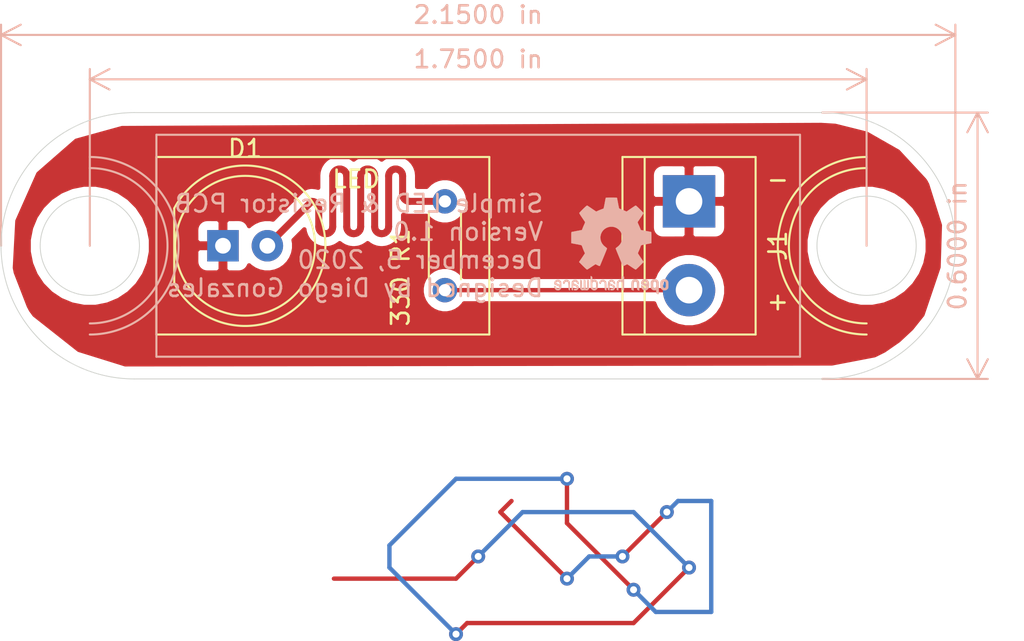
<source format=kicad_pcb>
(kicad_pcb (version 20171130) (host pcbnew "(5.1.8)-1")

  (general
    (thickness 1.6)
    (drawings 26)
    (tracks 146)
    (zones 0)
    (modules 4)
    (nets 4)
  )

  (page A4)
  (title_block
    (title "LED and Resistor")
    (date 2020-12-05)
    (rev 1.0)
    (company CatCuber)
    (comment 1 "Gonzales Loayza Pool Diego")
  )

  (layers
    (0 F.Cu signal)
    (31 B.Cu signal)
    (32 B.Adhes user)
    (33 F.Adhes user)
    (34 B.Paste user)
    (35 F.Paste user)
    (36 B.SilkS user)
    (37 F.SilkS user)
    (38 B.Mask user)
    (39 F.Mask user)
    (40 Dwgs.User user)
    (41 Cmts.User user)
    (42 Eco1.User user)
    (43 Eco2.User user)
    (44 Edge.Cuts user)
    (45 Margin user)
    (46 B.CrtYd user)
    (47 F.CrtYd user)
    (48 B.Fab user)
    (49 F.Fab user)
  )

  (setup
    (last_trace_width 0.25)
    (trace_clearance 0.2)
    (zone_clearance 0.508)
    (zone_45_only no)
    (trace_min 0.2)
    (via_size 0.8)
    (via_drill 0.4)
    (via_min_size 0.4)
    (via_min_drill 0.3)
    (uvia_size 0.3)
    (uvia_drill 0.1)
    (uvias_allowed no)
    (uvia_min_size 0.2)
    (uvia_min_drill 0.1)
    (edge_width 0.05)
    (segment_width 0.2)
    (pcb_text_width 0.3)
    (pcb_text_size 1.5 1.5)
    (mod_edge_width 0.12)
    (mod_text_size 1 1)
    (mod_text_width 0.15)
    (pad_size 2.5 2.5)
    (pad_drill 2.5)
    (pad_to_mask_clearance 0)
    (aux_axis_origin 0 0)
    (visible_elements 7FFFFFFF)
    (pcbplotparams
      (layerselection 0x010fc_ffffffff)
      (usegerberextensions false)
      (usegerberattributes true)
      (usegerberadvancedattributes true)
      (creategerberjobfile true)
      (excludeedgelayer true)
      (linewidth 0.100000)
      (plotframeref false)
      (viasonmask false)
      (mode 1)
      (useauxorigin false)
      (hpglpennumber 1)
      (hpglpenspeed 20)
      (hpglpendiameter 15.000000)
      (psnegative false)
      (psa4output false)
      (plotreference true)
      (plotvalue true)
      (plotinvisibletext false)
      (padsonsilk false)
      (subtractmaskfromsilk false)
      (outputformat 1)
      (mirror false)
      (drillshape 1)
      (scaleselection 1)
      (outputdirectory ""))
  )

  (net 0 "")
  (net 1 GND)
  (net 2 "Net-(D1-Pad2)")
  (net 3 +5V)

  (net_class Default "This is the default net class."
    (clearance 0.2)
    (trace_width 0.25)
    (via_dia 0.8)
    (via_drill 0.4)
    (uvia_dia 0.3)
    (uvia_drill 0.1)
    (add_net +5V)
    (add_net GND)
  )

  (net_class PWR ""
    (clearance 0.2)
    (trace_width 0.4)
    (via_dia 0.8)
    (via_drill 0.4)
    (uvia_dia 0.3)
    (uvia_drill 0.1)
    (add_net "Net-(D1-Pad2)")
  )

  (module TerminalBlock:TerminalBlock_bornier-2_P5.08mm (layer F.Cu) (tedit 59FF03AB) (tstamp 5FCC7427)
    (at 151.13 106.68 270)
    (descr "simple 2-pin terminal block, pitch 5.08mm, revamped version of bornier2")
    (tags "terminal block bornier2")
    (path /5FCC7500)
    (fp_text reference J1 (at 2.54 -5.08 90) (layer F.SilkS)
      (effects (font (size 1 1) (thickness 0.15)))
    )
    (fp_text value Conn_01x02_Male (at 2.54 5.08 90) (layer F.Fab)
      (effects (font (size 1 1) (thickness 0.15)))
    )
    (fp_text user %R (at 2.54 0 90) (layer F.Fab)
      (effects (font (size 1 1) (thickness 0.15)))
    )
    (fp_line (start -2.41 2.55) (end 7.49 2.55) (layer F.Fab) (width 0.1))
    (fp_line (start -2.46 -3.75) (end -2.46 3.75) (layer F.Fab) (width 0.1))
    (fp_line (start -2.46 3.75) (end 7.54 3.75) (layer F.Fab) (width 0.1))
    (fp_line (start 7.54 3.75) (end 7.54 -3.75) (layer F.Fab) (width 0.1))
    (fp_line (start 7.54 -3.75) (end -2.46 -3.75) (layer F.Fab) (width 0.1))
    (fp_line (start 7.62 2.54) (end -2.54 2.54) (layer F.SilkS) (width 0.12))
    (fp_line (start 7.62 3.81) (end 7.62 -3.81) (layer F.SilkS) (width 0.12))
    (fp_line (start 7.62 -3.81) (end -2.54 -3.81) (layer F.SilkS) (width 0.12))
    (fp_line (start -2.54 -3.81) (end -2.54 3.81) (layer F.SilkS) (width 0.12))
    (fp_line (start -2.54 3.81) (end 7.62 3.81) (layer F.SilkS) (width 0.12))
    (fp_line (start -2.71 -4) (end 7.79 -4) (layer F.CrtYd) (width 0.05))
    (fp_line (start -2.71 -4) (end -2.71 4) (layer F.CrtYd) (width 0.05))
    (fp_line (start 7.79 4) (end 7.79 -4) (layer F.CrtYd) (width 0.05))
    (fp_line (start 7.79 4) (end -2.71 4) (layer F.CrtYd) (width 0.05))
    (pad 2 thru_hole circle (at 5.08 0 270) (size 3 3) (drill 1.52) (layers *.Cu *.Mask)
      (net 3 +5V))
    (pad 1 thru_hole rect (at 0 0 270) (size 3 3) (drill 1.52) (layers *.Cu *.Mask)
      (net 1 GND))
    (model ${KISYS3DMOD}/TerminalBlock.3dshapes/TerminalBlock_bornier-2_P5.08mm.wrl
      (offset (xyz 2.539999961853027 0 0))
      (scale (xyz 1 1 1))
      (rotate (xyz 0 0 0))
    )
  )

  (module Symbol:OSHW-Logo2_7.3x6mm_SilkScreen (layer B.Cu) (tedit 0) (tstamp 5FCC9965)
    (at 146.685 109.22 180)
    (descr "Open Source Hardware Symbol")
    (tags "Logo Symbol OSHW")
    (attr virtual)
    (fp_text reference REF** (at 0 0) (layer B.SilkS) hide
      (effects (font (size 1 1) (thickness 0.15)) (justify mirror))
    )
    (fp_text value OSHW-Logo2_7.3x6mm_SilkScreen (at 0.75 0) (layer B.Fab) hide
      (effects (font (size 1 1) (thickness 0.15)) (justify mirror))
    )
    (fp_poly (pts (xy 0.10391 2.757652) (xy 0.182454 2.757222) (xy 0.239298 2.756058) (xy 0.278105 2.753793)
      (xy 0.302538 2.75006) (xy 0.316262 2.744494) (xy 0.32294 2.736727) (xy 0.326236 2.726395)
      (xy 0.326556 2.725057) (xy 0.331562 2.700921) (xy 0.340829 2.653299) (xy 0.353392 2.587259)
      (xy 0.368287 2.507872) (xy 0.384551 2.420204) (xy 0.385119 2.417125) (xy 0.40141 2.331211)
      (xy 0.416652 2.255304) (xy 0.429861 2.193955) (xy 0.440054 2.151718) (xy 0.446248 2.133145)
      (xy 0.446543 2.132816) (xy 0.464788 2.123747) (xy 0.502405 2.108633) (xy 0.551271 2.090738)
      (xy 0.551543 2.090642) (xy 0.613093 2.067507) (xy 0.685657 2.038035) (xy 0.754057 2.008403)
      (xy 0.757294 2.006938) (xy 0.868702 1.956374) (xy 1.115399 2.12484) (xy 1.191077 2.176197)
      (xy 1.259631 2.222111) (xy 1.317088 2.25997) (xy 1.359476 2.287163) (xy 1.382825 2.301079)
      (xy 1.385042 2.302111) (xy 1.40201 2.297516) (xy 1.433701 2.275345) (xy 1.481352 2.234553)
      (xy 1.546198 2.174095) (xy 1.612397 2.109773) (xy 1.676214 2.046388) (xy 1.733329 1.988549)
      (xy 1.780305 1.939825) (xy 1.813703 1.90379) (xy 1.830085 1.884016) (xy 1.830694 1.882998)
      (xy 1.832505 1.869428) (xy 1.825683 1.847267) (xy 1.80854 1.813522) (xy 1.779393 1.7652)
      (xy 1.736555 1.699308) (xy 1.679448 1.614483) (xy 1.628766 1.539823) (xy 1.583461 1.47286)
      (xy 1.54615 1.417484) (xy 1.519452 1.37758) (xy 1.505985 1.357038) (xy 1.505137 1.355644)
      (xy 1.506781 1.335962) (xy 1.519245 1.297707) (xy 1.540048 1.248111) (xy 1.547462 1.232272)
      (xy 1.579814 1.16171) (xy 1.614328 1.081647) (xy 1.642365 1.012371) (xy 1.662568 0.960955)
      (xy 1.678615 0.921881) (xy 1.687888 0.901459) (xy 1.689041 0.899886) (xy 1.706096 0.897279)
      (xy 1.746298 0.890137) (xy 1.804302 0.879477) (xy 1.874763 0.866315) (xy 1.952335 0.851667)
      (xy 2.031672 0.836551) (xy 2.107431 0.821982) (xy 2.174264 0.808978) (xy 2.226828 0.798555)
      (xy 2.259776 0.79173) (xy 2.267857 0.789801) (xy 2.276205 0.785038) (xy 2.282506 0.774282)
      (xy 2.287045 0.753902) (xy 2.290104 0.720266) (xy 2.291967 0.669745) (xy 2.292918 0.598708)
      (xy 2.29324 0.503524) (xy 2.293257 0.464508) (xy 2.293257 0.147201) (xy 2.217057 0.132161)
      (xy 2.174663 0.124005) (xy 2.1114 0.112101) (xy 2.034962 0.097884) (xy 1.953043 0.08279)
      (xy 1.9304 0.078645) (xy 1.854806 0.063947) (xy 1.788953 0.049495) (xy 1.738366 0.036625)
      (xy 1.708574 0.026678) (xy 1.703612 0.023713) (xy 1.691426 0.002717) (xy 1.673953 -0.037967)
      (xy 1.654577 -0.090322) (xy 1.650734 -0.1016) (xy 1.625339 -0.171523) (xy 1.593817 -0.250418)
      (xy 1.562969 -0.321266) (xy 1.562817 -0.321595) (xy 1.511447 -0.432733) (xy 1.680399 -0.681253)
      (xy 1.849352 -0.929772) (xy 1.632429 -1.147058) (xy 1.566819 -1.211726) (xy 1.506979 -1.268733)
      (xy 1.456267 -1.315033) (xy 1.418046 -1.347584) (xy 1.395675 -1.363343) (xy 1.392466 -1.364343)
      (xy 1.373626 -1.356469) (xy 1.33518 -1.334578) (xy 1.28133 -1.301267) (xy 1.216276 -1.259131)
      (xy 1.14594 -1.211943) (xy 1.074555 -1.16381) (xy 1.010908 -1.121928) (xy 0.959041 -1.088871)
      (xy 0.922995 -1.067218) (xy 0.906867 -1.059543) (xy 0.887189 -1.066037) (xy 0.849875 -1.08315)
      (xy 0.802621 -1.107326) (xy 0.797612 -1.110013) (xy 0.733977 -1.141927) (xy 0.690341 -1.157579)
      (xy 0.663202 -1.157745) (xy 0.649057 -1.143204) (xy 0.648975 -1.143) (xy 0.641905 -1.125779)
      (xy 0.625042 -1.084899) (xy 0.599695 -1.023525) (xy 0.567171 -0.944819) (xy 0.528778 -0.851947)
      (xy 0.485822 -0.748072) (xy 0.444222 -0.647502) (xy 0.398504 -0.536516) (xy 0.356526 -0.433703)
      (xy 0.319548 -0.342215) (xy 0.288827 -0.265201) (xy 0.265622 -0.205815) (xy 0.25119 -0.167209)
      (xy 0.246743 -0.1528) (xy 0.257896 -0.136272) (xy 0.287069 -0.10993) (xy 0.325971 -0.080887)
      (xy 0.436757 0.010961) (xy 0.523351 0.116241) (xy 0.584716 0.232734) (xy 0.619815 0.358224)
      (xy 0.627608 0.490493) (xy 0.621943 0.551543) (xy 0.591078 0.678205) (xy 0.53792 0.790059)
      (xy 0.465767 0.885999) (xy 0.377917 0.964924) (xy 0.277665 1.02573) (xy 0.16831 1.067313)
      (xy 0.053147 1.088572) (xy -0.064525 1.088401) (xy -0.18141 1.065699) (xy -0.294211 1.019362)
      (xy -0.399631 0.948287) (xy -0.443632 0.908089) (xy -0.528021 0.804871) (xy -0.586778 0.692075)
      (xy -0.620296 0.57299) (xy -0.628965 0.450905) (xy -0.613177 0.329107) (xy -0.573322 0.210884)
      (xy -0.509793 0.099525) (xy -0.422979 -0.001684) (xy -0.325971 -0.080887) (xy -0.285563 -0.111162)
      (xy -0.257018 -0.137219) (xy -0.246743 -0.152825) (xy -0.252123 -0.169843) (xy -0.267425 -0.2105)
      (xy -0.291388 -0.271642) (xy -0.322756 -0.350119) (xy -0.360268 -0.44278) (xy -0.402667 -0.546472)
      (xy -0.444337 -0.647526) (xy -0.49031 -0.758607) (xy -0.532893 -0.861541) (xy -0.570779 -0.953165)
      (xy -0.60266 -1.030316) (xy -0.627229 -1.089831) (xy -0.64318 -1.128544) (xy -0.64909 -1.143)
      (xy -0.663052 -1.157685) (xy -0.69006 -1.157642) (xy -0.733587 -1.142099) (xy -0.79711 -1.110284)
      (xy -0.797612 -1.110013) (xy -0.84544 -1.085323) (xy -0.884103 -1.067338) (xy -0.905905 -1.059614)
      (xy -0.906867 -1.059543) (xy -0.923279 -1.067378) (xy -0.959513 -1.089165) (xy -1.011526 -1.122328)
      (xy -1.075275 -1.164291) (xy -1.14594 -1.211943) (xy -1.217884 -1.260191) (xy -1.282726 -1.302151)
      (xy -1.336265 -1.335227) (xy -1.374303 -1.356821) (xy -1.392467 -1.364343) (xy -1.409192 -1.354457)
      (xy -1.44282 -1.326826) (xy -1.48999 -1.284495) (xy -1.547342 -1.230505) (xy -1.611516 -1.167899)
      (xy -1.632503 -1.146983) (xy -1.849501 -0.929623) (xy -1.684332 -0.68722) (xy -1.634136 -0.612781)
      (xy -1.590081 -0.545972) (xy -1.554638 -0.490665) (xy -1.530281 -0.450729) (xy -1.519478 -0.430036)
      (xy -1.519162 -0.428563) (xy -1.524857 -0.409058) (xy -1.540174 -0.369822) (xy -1.562463 -0.31743)
      (xy -1.578107 -0.282355) (xy -1.607359 -0.215201) (xy -1.634906 -0.147358) (xy -1.656263 -0.090034)
      (xy -1.662065 -0.072572) (xy -1.678548 -0.025938) (xy -1.69466 0.010095) (xy -1.70351 0.023713)
      (xy -1.72304 0.032048) (xy -1.765666 0.043863) (xy -1.825855 0.057819) (xy -1.898078 0.072578)
      (xy -1.9304 0.078645) (xy -2.012478 0.093727) (xy -2.091205 0.108331) (xy -2.158891 0.12102)
      (xy -2.20784 0.130358) (xy -2.217057 0.132161) (xy -2.293257 0.147201) (xy -2.293257 0.464508)
      (xy -2.293086 0.568846) (xy -2.292384 0.647787) (xy -2.290866 0.704962) (xy -2.288251 0.744001)
      (xy -2.284254 0.768535) (xy -2.278591 0.782195) (xy -2.27098 0.788611) (xy -2.267857 0.789801)
      (xy -2.249022 0.79402) (xy -2.207412 0.802438) (xy -2.14837 0.814039) (xy -2.077243 0.827805)
      (xy -1.999375 0.84272) (xy -1.920113 0.857768) (xy -1.844802 0.871931) (xy -1.778787 0.884194)
      (xy -1.727413 0.893539) (xy -1.696025 0.89895) (xy -1.689041 0.899886) (xy -1.682715 0.912404)
      (xy -1.66871 0.945754) (xy -1.649645 0.993623) (xy -1.642366 1.012371) (xy -1.613004 1.084805)
      (xy -1.578429 1.16483) (xy -1.547463 1.232272) (xy -1.524677 1.283841) (xy -1.509518 1.326215)
      (xy -1.504458 1.352166) (xy -1.505264 1.355644) (xy -1.515959 1.372064) (xy -1.54038 1.408583)
      (xy -1.575905 1.461313) (xy -1.619913 1.526365) (xy -1.669783 1.599849) (xy -1.679644 1.614355)
      (xy -1.737508 1.700296) (xy -1.780044 1.765739) (xy -1.808946 1.813696) (xy -1.82591 1.84718)
      (xy -1.832633 1.869205) (xy -1.83081 1.882783) (xy -1.830764 1.882869) (xy -1.816414 1.900703)
      (xy -1.784677 1.935183) (xy -1.73899 1.982732) (xy -1.682796 2.039778) (xy -1.619532 2.102745)
      (xy -1.612398 2.109773) (xy -1.53267 2.18698) (xy -1.471143 2.24367) (xy -1.426579 2.28089)
      (xy -1.397743 2.299685) (xy -1.385042 2.302111) (xy -1.366506 2.291529) (xy -1.328039 2.267084)
      (xy -1.273614 2.231388) (xy -1.207202 2.187053) (xy -1.132775 2.136689) (xy -1.115399 2.12484)
      (xy -0.868703 1.956374) (xy -0.757294 2.006938) (xy -0.689543 2.036405) (xy -0.616817 2.066041)
      (xy -0.554297 2.08967) (xy -0.551543 2.090642) (xy -0.50264 2.108543) (xy -0.464943 2.12368)
      (xy -0.446575 2.13279) (xy -0.446544 2.132816) (xy -0.440715 2.149283) (xy -0.430808 2.189781)
      (xy -0.417805 2.249758) (xy -0.402691 2.32466) (xy -0.386448 2.409936) (xy -0.385119 2.417125)
      (xy -0.368825 2.504986) (xy -0.353867 2.58474) (xy -0.341209 2.651319) (xy -0.331814 2.699653)
      (xy -0.326646 2.724675) (xy -0.326556 2.725057) (xy -0.323411 2.735701) (xy -0.317296 2.743738)
      (xy -0.304547 2.749533) (xy -0.2815 2.753453) (xy -0.244491 2.755865) (xy -0.189856 2.757135)
      (xy -0.113933 2.757629) (xy -0.013056 2.757714) (xy 0 2.757714) (xy 0.10391 2.757652)) (layer B.SilkS) (width 0.01))
    (fp_poly (pts (xy 3.153595 -1.966966) (xy 3.211021 -2.004497) (xy 3.238719 -2.038096) (xy 3.260662 -2.099064)
      (xy 3.262405 -2.147308) (xy 3.258457 -2.211816) (xy 3.109686 -2.276934) (xy 3.037349 -2.310202)
      (xy 2.990084 -2.336964) (xy 2.965507 -2.360144) (xy 2.961237 -2.382667) (xy 2.974889 -2.407455)
      (xy 2.989943 -2.423886) (xy 3.033746 -2.450235) (xy 3.081389 -2.452081) (xy 3.125145 -2.431546)
      (xy 3.157289 -2.390752) (xy 3.163038 -2.376347) (xy 3.190576 -2.331356) (xy 3.222258 -2.312182)
      (xy 3.265714 -2.295779) (xy 3.265714 -2.357966) (xy 3.261872 -2.400283) (xy 3.246823 -2.435969)
      (xy 3.21528 -2.476943) (xy 3.210592 -2.482267) (xy 3.175506 -2.51872) (xy 3.145347 -2.538283)
      (xy 3.107615 -2.547283) (xy 3.076335 -2.55023) (xy 3.020385 -2.550965) (xy 2.980555 -2.54166)
      (xy 2.955708 -2.527846) (xy 2.916656 -2.497467) (xy 2.889625 -2.464613) (xy 2.872517 -2.423294)
      (xy 2.863238 -2.367521) (xy 2.859693 -2.291305) (xy 2.85941 -2.252622) (xy 2.860372 -2.206247)
      (xy 2.948007 -2.206247) (xy 2.949023 -2.231126) (xy 2.951556 -2.2352) (xy 2.968274 -2.229665)
      (xy 3.004249 -2.215017) (xy 3.052331 -2.19419) (xy 3.062386 -2.189714) (xy 3.123152 -2.158814)
      (xy 3.156632 -2.131657) (xy 3.16399 -2.10622) (xy 3.146391 -2.080481) (xy 3.131856 -2.069109)
      (xy 3.07941 -2.046364) (xy 3.030322 -2.050122) (xy 2.989227 -2.077884) (xy 2.960758 -2.127152)
      (xy 2.951631 -2.166257) (xy 2.948007 -2.206247) (xy 2.860372 -2.206247) (xy 2.861285 -2.162249)
      (xy 2.868196 -2.095384) (xy 2.881884 -2.046695) (xy 2.904096 -2.010849) (xy 2.936574 -1.982513)
      (xy 2.950733 -1.973355) (xy 3.015053 -1.949507) (xy 3.085473 -1.948006) (xy 3.153595 -1.966966)) (layer B.SilkS) (width 0.01))
    (fp_poly (pts (xy 2.6526 -1.958752) (xy 2.669948 -1.966334) (xy 2.711356 -1.999128) (xy 2.746765 -2.046547)
      (xy 2.768664 -2.097151) (xy 2.772229 -2.122098) (xy 2.760279 -2.156927) (xy 2.734067 -2.175357)
      (xy 2.705964 -2.186516) (xy 2.693095 -2.188572) (xy 2.686829 -2.173649) (xy 2.674456 -2.141175)
      (xy 2.669028 -2.126502) (xy 2.63859 -2.075744) (xy 2.59452 -2.050427) (xy 2.53801 -2.051206)
      (xy 2.533825 -2.052203) (xy 2.503655 -2.066507) (xy 2.481476 -2.094393) (xy 2.466327 -2.139287)
      (xy 2.45725 -2.204615) (xy 2.453286 -2.293804) (xy 2.452914 -2.341261) (xy 2.45273 -2.416071)
      (xy 2.451522 -2.467069) (xy 2.448309 -2.499471) (xy 2.442109 -2.518495) (xy 2.43194 -2.529356)
      (xy 2.416819 -2.537272) (xy 2.415946 -2.53767) (xy 2.386828 -2.549981) (xy 2.372403 -2.554514)
      (xy 2.370186 -2.540809) (xy 2.368289 -2.502925) (xy 2.366847 -2.445715) (xy 2.365998 -2.374027)
      (xy 2.365829 -2.321565) (xy 2.366692 -2.220047) (xy 2.37007 -2.143032) (xy 2.377142 -2.086023)
      (xy 2.389088 -2.044526) (xy 2.40709 -2.014043) (xy 2.432327 -1.99008) (xy 2.457247 -1.973355)
      (xy 2.517171 -1.951097) (xy 2.586911 -1.946076) (xy 2.6526 -1.958752)) (layer B.SilkS) (width 0.01))
    (fp_poly (pts (xy 2.144876 -1.956335) (xy 2.186667 -1.975344) (xy 2.219469 -1.998378) (xy 2.243503 -2.024133)
      (xy 2.260097 -2.057358) (xy 2.270577 -2.1028) (xy 2.276271 -2.165207) (xy 2.278507 -2.249327)
      (xy 2.278743 -2.304721) (xy 2.278743 -2.520826) (xy 2.241774 -2.53767) (xy 2.212656 -2.549981)
      (xy 2.198231 -2.554514) (xy 2.195472 -2.541025) (xy 2.193282 -2.504653) (xy 2.191942 -2.451542)
      (xy 2.191657 -2.409372) (xy 2.190434 -2.348447) (xy 2.187136 -2.300115) (xy 2.182321 -2.270518)
      (xy 2.178496 -2.264229) (xy 2.152783 -2.270652) (xy 2.112418 -2.287125) (xy 2.065679 -2.309458)
      (xy 2.020845 -2.333457) (xy 1.986193 -2.35493) (xy 1.970002 -2.369685) (xy 1.969938 -2.369845)
      (xy 1.97133 -2.397152) (xy 1.983818 -2.423219) (xy 2.005743 -2.444392) (xy 2.037743 -2.451474)
      (xy 2.065092 -2.450649) (xy 2.103826 -2.450042) (xy 2.124158 -2.459116) (xy 2.136369 -2.483092)
      (xy 2.137909 -2.487613) (xy 2.143203 -2.521806) (xy 2.129047 -2.542568) (xy 2.092148 -2.552462)
      (xy 2.052289 -2.554292) (xy 1.980562 -2.540727) (xy 1.943432 -2.521355) (xy 1.897576 -2.475845)
      (xy 1.873256 -2.419983) (xy 1.871073 -2.360957) (xy 1.891629 -2.305953) (xy 1.922549 -2.271486)
      (xy 1.95342 -2.252189) (xy 2.001942 -2.227759) (xy 2.058485 -2.202985) (xy 2.06791 -2.199199)
      (xy 2.130019 -2.171791) (xy 2.165822 -2.147634) (xy 2.177337 -2.123619) (xy 2.16658 -2.096635)
      (xy 2.148114 -2.075543) (xy 2.104469 -2.049572) (xy 2.056446 -2.047624) (xy 2.012406 -2.067637)
      (xy 1.980709 -2.107551) (xy 1.976549 -2.117848) (xy 1.952327 -2.155724) (xy 1.916965 -2.183842)
      (xy 1.872343 -2.206917) (xy 1.872343 -2.141485) (xy 1.874969 -2.101506) (xy 1.88623 -2.069997)
      (xy 1.911199 -2.036378) (xy 1.935169 -2.010484) (xy 1.972441 -1.973817) (xy 2.001401 -1.954121)
      (xy 2.032505 -1.94622) (xy 2.067713 -1.944914) (xy 2.144876 -1.956335)) (layer B.SilkS) (width 0.01))
    (fp_poly (pts (xy 1.779833 -1.958663) (xy 1.782048 -1.99685) (xy 1.783784 -2.054886) (xy 1.784899 -2.12818)
      (xy 1.785257 -2.205055) (xy 1.785257 -2.465196) (xy 1.739326 -2.511127) (xy 1.707675 -2.539429)
      (xy 1.67989 -2.550893) (xy 1.641915 -2.550168) (xy 1.62684 -2.548321) (xy 1.579726 -2.542948)
      (xy 1.540756 -2.539869) (xy 1.531257 -2.539585) (xy 1.499233 -2.541445) (xy 1.453432 -2.546114)
      (xy 1.435674 -2.548321) (xy 1.392057 -2.551735) (xy 1.362745 -2.54432) (xy 1.33368 -2.521427)
      (xy 1.323188 -2.511127) (xy 1.277257 -2.465196) (xy 1.277257 -1.978602) (xy 1.314226 -1.961758)
      (xy 1.346059 -1.949282) (xy 1.364683 -1.944914) (xy 1.369458 -1.958718) (xy 1.373921 -1.997286)
      (xy 1.377775 -2.056356) (xy 1.380722 -2.131663) (xy 1.382143 -2.195286) (xy 1.386114 -2.445657)
      (xy 1.420759 -2.450556) (xy 1.452268 -2.447131) (xy 1.467708 -2.436041) (xy 1.472023 -2.415308)
      (xy 1.475708 -2.371145) (xy 1.478469 -2.309146) (xy 1.480012 -2.234909) (xy 1.480235 -2.196706)
      (xy 1.480457 -1.976783) (xy 1.526166 -1.960849) (xy 1.558518 -1.950015) (xy 1.576115 -1.944962)
      (xy 1.576623 -1.944914) (xy 1.578388 -1.958648) (xy 1.580329 -1.99673) (xy 1.582282 -2.054482)
      (xy 1.584084 -2.127227) (xy 1.585343 -2.195286) (xy 1.589314 -2.445657) (xy 1.6764 -2.445657)
      (xy 1.680396 -2.21724) (xy 1.684392 -1.988822) (xy 1.726847 -1.966868) (xy 1.758192 -1.951793)
      (xy 1.776744 -1.944951) (xy 1.777279 -1.944914) (xy 1.779833 -1.958663)) (layer B.SilkS) (width 0.01))
    (fp_poly (pts (xy 1.190117 -2.065358) (xy 1.189933 -2.173837) (xy 1.189219 -2.257287) (xy 1.187675 -2.319704)
      (xy 1.185001 -2.365085) (xy 1.180894 -2.397429) (xy 1.175055 -2.420733) (xy 1.167182 -2.438995)
      (xy 1.161221 -2.449418) (xy 1.111855 -2.505945) (xy 1.049264 -2.541377) (xy 0.980013 -2.55409)
      (xy 0.910668 -2.542463) (xy 0.869375 -2.521568) (xy 0.826025 -2.485422) (xy 0.796481 -2.441276)
      (xy 0.778655 -2.383462) (xy 0.770463 -2.306313) (xy 0.769302 -2.249714) (xy 0.769458 -2.245647)
      (xy 0.870857 -2.245647) (xy 0.871476 -2.31055) (xy 0.874314 -2.353514) (xy 0.88084 -2.381622)
      (xy 0.892523 -2.401953) (xy 0.906483 -2.417288) (xy 0.953365 -2.44689) (xy 1.003701 -2.449419)
      (xy 1.051276 -2.424705) (xy 1.054979 -2.421356) (xy 1.070783 -2.403935) (xy 1.080693 -2.383209)
      (xy 1.086058 -2.352362) (xy 1.088228 -2.304577) (xy 1.088571 -2.251748) (xy 1.087827 -2.185381)
      (xy 1.084748 -2.141106) (xy 1.078061 -2.112009) (xy 1.066496 -2.091173) (xy 1.057013 -2.080107)
      (xy 1.01296 -2.052198) (xy 0.962224 -2.048843) (xy 0.913796 -2.070159) (xy 0.90445 -2.078073)
      (xy 0.88854 -2.095647) (xy 0.87861 -2.116587) (xy 0.873278 -2.147782) (xy 0.871163 -2.196122)
      (xy 0.870857 -2.245647) (xy 0.769458 -2.245647) (xy 0.77281 -2.158568) (xy 0.784726 -2.090086)
      (xy 0.807135 -2.0386) (xy 0.842124 -1.998443) (xy 0.869375 -1.977861) (xy 0.918907 -1.955625)
      (xy 0.976316 -1.945304) (xy 1.029682 -1.948067) (xy 1.059543 -1.959212) (xy 1.071261 -1.962383)
      (xy 1.079037 -1.950557) (xy 1.084465 -1.918866) (xy 1.088571 -1.870593) (xy 1.093067 -1.816829)
      (xy 1.099313 -1.784482) (xy 1.110676 -1.765985) (xy 1.130528 -1.75377) (xy 1.143 -1.748362)
      (xy 1.190171 -1.728601) (xy 1.190117 -2.065358)) (layer B.SilkS) (width 0.01))
    (fp_poly (pts (xy 0.529926 -1.949755) (xy 0.595858 -1.974084) (xy 0.649273 -2.017117) (xy 0.670164 -2.047409)
      (xy 0.692939 -2.102994) (xy 0.692466 -2.143186) (xy 0.668562 -2.170217) (xy 0.659717 -2.174813)
      (xy 0.62153 -2.189144) (xy 0.602028 -2.185472) (xy 0.595422 -2.161407) (xy 0.595086 -2.148114)
      (xy 0.582992 -2.09921) (xy 0.551471 -2.064999) (xy 0.507659 -2.048476) (xy 0.458695 -2.052634)
      (xy 0.418894 -2.074227) (xy 0.40545 -2.086544) (xy 0.395921 -2.101487) (xy 0.389485 -2.124075)
      (xy 0.385317 -2.159328) (xy 0.382597 -2.212266) (xy 0.380502 -2.287907) (xy 0.37996 -2.311857)
      (xy 0.377981 -2.39379) (xy 0.375731 -2.451455) (xy 0.372357 -2.489608) (xy 0.367006 -2.513004)
      (xy 0.358824 -2.526398) (xy 0.346959 -2.534545) (xy 0.339362 -2.538144) (xy 0.307102 -2.550452)
      (xy 0.288111 -2.554514) (xy 0.281836 -2.540948) (xy 0.278006 -2.499934) (xy 0.2766 -2.430999)
      (xy 0.277598 -2.333669) (xy 0.277908 -2.318657) (xy 0.280101 -2.229859) (xy 0.282693 -2.165019)
      (xy 0.286382 -2.119067) (xy 0.291864 -2.086935) (xy 0.299835 -2.063553) (xy 0.310993 -2.043852)
      (xy 0.31683 -2.03541) (xy 0.350296 -1.998057) (xy 0.387727 -1.969003) (xy 0.392309 -1.966467)
      (xy 0.459426 -1.946443) (xy 0.529926 -1.949755)) (layer B.SilkS) (width 0.01))
    (fp_poly (pts (xy 0.039744 -1.950968) (xy 0.096616 -1.972087) (xy 0.097267 -1.972493) (xy 0.13244 -1.99838)
      (xy 0.158407 -2.028633) (xy 0.17667 -2.068058) (xy 0.188732 -2.121462) (xy 0.196096 -2.193651)
      (xy 0.200264 -2.289432) (xy 0.200629 -2.303078) (xy 0.205876 -2.508842) (xy 0.161716 -2.531678)
      (xy 0.129763 -2.54711) (xy 0.11047 -2.554423) (xy 0.109578 -2.554514) (xy 0.106239 -2.541022)
      (xy 0.103587 -2.504626) (xy 0.101956 -2.451452) (xy 0.1016 -2.408393) (xy 0.101592 -2.338641)
      (xy 0.098403 -2.294837) (xy 0.087288 -2.273944) (xy 0.063501 -2.272925) (xy 0.022296 -2.288741)
      (xy -0.039914 -2.317815) (xy -0.085659 -2.341963) (xy -0.109187 -2.362913) (xy -0.116104 -2.385747)
      (xy -0.116114 -2.386877) (xy -0.104701 -2.426212) (xy -0.070908 -2.447462) (xy -0.019191 -2.450539)
      (xy 0.018061 -2.450006) (xy 0.037703 -2.460735) (xy 0.049952 -2.486505) (xy 0.057002 -2.519337)
      (xy 0.046842 -2.537966) (xy 0.043017 -2.540632) (xy 0.007001 -2.55134) (xy -0.043434 -2.552856)
      (xy -0.095374 -2.545759) (xy -0.132178 -2.532788) (xy -0.183062 -2.489585) (xy -0.211986 -2.429446)
      (xy -0.217714 -2.382462) (xy -0.213343 -2.340082) (xy -0.197525 -2.305488) (xy -0.166203 -2.274763)
      (xy -0.115322 -2.24399) (xy -0.040824 -2.209252) (xy -0.036286 -2.207288) (xy 0.030821 -2.176287)
      (xy 0.072232 -2.150862) (xy 0.089981 -2.128014) (xy 0.086107 -2.104745) (xy 0.062643 -2.078056)
      (xy 0.055627 -2.071914) (xy 0.00863 -2.0481) (xy -0.040067 -2.049103) (xy -0.082478 -2.072451)
      (xy -0.110616 -2.115675) (xy -0.113231 -2.12416) (xy -0.138692 -2.165308) (xy -0.170999 -2.185128)
      (xy -0.217714 -2.20477) (xy -0.217714 -2.15395) (xy -0.203504 -2.080082) (xy -0.161325 -2.012327)
      (xy -0.139376 -1.989661) (xy -0.089483 -1.960569) (xy -0.026033 -1.9474) (xy 0.039744 -1.950968)) (layer B.SilkS) (width 0.01))
    (fp_poly (pts (xy -0.624114 -1.851289) (xy -0.619861 -1.910613) (xy -0.614975 -1.945572) (xy -0.608205 -1.96082)
      (xy -0.598298 -1.961015) (xy -0.595086 -1.959195) (xy -0.552356 -1.946015) (xy -0.496773 -1.946785)
      (xy -0.440263 -1.960333) (xy -0.404918 -1.977861) (xy -0.368679 -2.005861) (xy -0.342187 -2.037549)
      (xy -0.324001 -2.077813) (xy -0.312678 -2.131543) (xy -0.306778 -2.203626) (xy -0.304857 -2.298951)
      (xy -0.304823 -2.317237) (xy -0.3048 -2.522646) (xy -0.350509 -2.53858) (xy -0.382973 -2.54942)
      (xy -0.400785 -2.554468) (xy -0.401309 -2.554514) (xy -0.403063 -2.540828) (xy -0.404556 -2.503076)
      (xy -0.405674 -2.446224) (xy -0.406303 -2.375234) (xy -0.4064 -2.332073) (xy -0.406602 -2.246973)
      (xy -0.407642 -2.185981) (xy -0.410169 -2.144177) (xy -0.414836 -2.116642) (xy -0.422293 -2.098456)
      (xy -0.433189 -2.084698) (xy -0.439993 -2.078073) (xy -0.486728 -2.051375) (xy -0.537728 -2.049375)
      (xy -0.583999 -2.071955) (xy -0.592556 -2.080107) (xy -0.605107 -2.095436) (xy -0.613812 -2.113618)
      (xy -0.619369 -2.139909) (xy -0.622474 -2.179562) (xy -0.623824 -2.237832) (xy -0.624114 -2.318173)
      (xy -0.624114 -2.522646) (xy -0.669823 -2.53858) (xy -0.702287 -2.54942) (xy -0.720099 -2.554468)
      (xy -0.720623 -2.554514) (xy -0.721963 -2.540623) (xy -0.723172 -2.501439) (xy -0.724199 -2.4407)
      (xy -0.724998 -2.362141) (xy -0.725519 -2.269498) (xy -0.725714 -2.166509) (xy -0.725714 -1.769342)
      (xy -0.678543 -1.749444) (xy -0.631371 -1.729547) (xy -0.624114 -1.851289)) (layer B.SilkS) (width 0.01))
    (fp_poly (pts (xy -1.831697 -1.931239) (xy -1.774473 -1.969735) (xy -1.730251 -2.025335) (xy -1.703833 -2.096086)
      (xy -1.69849 -2.148162) (xy -1.699097 -2.169893) (xy -1.704178 -2.186531) (xy -1.718145 -2.201437)
      (xy -1.745411 -2.217973) (xy -1.790388 -2.239498) (xy -1.857489 -2.269374) (xy -1.857829 -2.269524)
      (xy -1.919593 -2.297813) (xy -1.970241 -2.322933) (xy -2.004596 -2.342179) (xy -2.017482 -2.352848)
      (xy -2.017486 -2.352934) (xy -2.006128 -2.376166) (xy -1.979569 -2.401774) (xy -1.949077 -2.420221)
      (xy -1.93363 -2.423886) (xy -1.891485 -2.411212) (xy -1.855192 -2.379471) (xy -1.837483 -2.344572)
      (xy -1.820448 -2.318845) (xy -1.787078 -2.289546) (xy -1.747851 -2.264235) (xy -1.713244 -2.250471)
      (xy -1.706007 -2.249714) (xy -1.697861 -2.26216) (xy -1.69737 -2.293972) (xy -1.703357 -2.336866)
      (xy -1.714643 -2.382558) (xy -1.73005 -2.422761) (xy -1.730829 -2.424322) (xy -1.777196 -2.489062)
      (xy -1.837289 -2.533097) (xy -1.905535 -2.554711) (xy -1.976362 -2.552185) (xy -2.044196 -2.523804)
      (xy -2.047212 -2.521808) (xy -2.100573 -2.473448) (xy -2.13566 -2.410352) (xy -2.155078 -2.327387)
      (xy -2.157684 -2.304078) (xy -2.162299 -2.194055) (xy -2.156767 -2.142748) (xy -2.017486 -2.142748)
      (xy -2.015676 -2.174753) (xy -2.005778 -2.184093) (xy -1.981102 -2.177105) (xy -1.942205 -2.160587)
      (xy -1.898725 -2.139881) (xy -1.897644 -2.139333) (xy -1.860791 -2.119949) (xy -1.846 -2.107013)
      (xy -1.849647 -2.093451) (xy -1.865005 -2.075632) (xy -1.904077 -2.049845) (xy -1.946154 -2.04795)
      (xy -1.983897 -2.066717) (xy -2.009966 -2.102915) (xy -2.017486 -2.142748) (xy -2.156767 -2.142748)
      (xy -2.152806 -2.106027) (xy -2.12845 -2.036212) (xy -2.094544 -1.987302) (xy -2.033347 -1.937878)
      (xy -1.965937 -1.913359) (xy -1.89712 -1.911797) (xy -1.831697 -1.931239)) (layer B.SilkS) (width 0.01))
    (fp_poly (pts (xy -2.958885 -1.921962) (xy -2.890855 -1.957733) (xy -2.840649 -2.015301) (xy -2.822815 -2.052312)
      (xy -2.808937 -2.107882) (xy -2.801833 -2.178096) (xy -2.80116 -2.254727) (xy -2.806573 -2.329552)
      (xy -2.81773 -2.394342) (xy -2.834286 -2.440873) (xy -2.839374 -2.448887) (xy -2.899645 -2.508707)
      (xy -2.971231 -2.544535) (xy -3.048908 -2.55502) (xy -3.127452 -2.53881) (xy -3.149311 -2.529092)
      (xy -3.191878 -2.499143) (xy -3.229237 -2.459433) (xy -3.232768 -2.454397) (xy -3.247119 -2.430124)
      (xy -3.256606 -2.404178) (xy -3.26221 -2.370022) (xy -3.264914 -2.321119) (xy -3.265701 -2.250935)
      (xy -3.265714 -2.2352) (xy -3.265678 -2.230192) (xy -3.120571 -2.230192) (xy -3.119727 -2.29643)
      (xy -3.116404 -2.340386) (xy -3.109417 -2.368779) (xy -3.097584 -2.388325) (xy -3.091543 -2.394857)
      (xy -3.056814 -2.41968) (xy -3.023097 -2.418548) (xy -2.989005 -2.397016) (xy -2.968671 -2.374029)
      (xy -2.956629 -2.340478) (xy -2.949866 -2.287569) (xy -2.949402 -2.281399) (xy -2.948248 -2.185513)
      (xy -2.960312 -2.114299) (xy -2.98543 -2.068194) (xy -3.02344 -2.047635) (xy -3.037008 -2.046514)
      (xy -3.072636 -2.052152) (xy -3.097006 -2.071686) (xy -3.111907 -2.109042) (xy -3.119125 -2.16815)
      (xy -3.120571 -2.230192) (xy -3.265678 -2.230192) (xy -3.265174 -2.160413) (xy -3.262904 -2.108159)
      (xy -3.257932 -2.071949) (xy -3.249287 -2.045299) (xy -3.235995 -2.021722) (xy -3.233057 -2.017338)
      (xy -3.183687 -1.958249) (xy -3.129891 -1.923947) (xy -3.064398 -1.910331) (xy -3.042158 -1.909665)
      (xy -2.958885 -1.921962)) (layer B.SilkS) (width 0.01))
    (fp_poly (pts (xy -1.283907 -1.92778) (xy -1.237328 -1.954723) (xy -1.204943 -1.981466) (xy -1.181258 -2.009484)
      (xy -1.164941 -2.043748) (xy -1.154661 -2.089227) (xy -1.149086 -2.150892) (xy -1.146884 -2.233711)
      (xy -1.146629 -2.293246) (xy -1.146629 -2.512391) (xy -1.208314 -2.540044) (xy -1.27 -2.567697)
      (xy -1.277257 -2.32767) (xy -1.280256 -2.238028) (xy -1.283402 -2.172962) (xy -1.287299 -2.128026)
      (xy -1.292553 -2.09877) (xy -1.299769 -2.080748) (xy -1.30955 -2.069511) (xy -1.312688 -2.067079)
      (xy -1.360239 -2.048083) (xy -1.408303 -2.0556) (xy -1.436914 -2.075543) (xy -1.448553 -2.089675)
      (xy -1.456609 -2.10822) (xy -1.461729 -2.136334) (xy -1.464559 -2.179173) (xy -1.465744 -2.241895)
      (xy -1.465943 -2.307261) (xy -1.465982 -2.389268) (xy -1.467386 -2.447316) (xy -1.472086 -2.486465)
      (xy -1.482013 -2.51178) (xy -1.499097 -2.528323) (xy -1.525268 -2.541156) (xy -1.560225 -2.554491)
      (xy -1.598404 -2.569007) (xy -1.593859 -2.311389) (xy -1.592029 -2.218519) (xy -1.589888 -2.149889)
      (xy -1.586819 -2.100711) (xy -1.582206 -2.066198) (xy -1.575432 -2.041562) (xy -1.565881 -2.022016)
      (xy -1.554366 -2.00477) (xy -1.49881 -1.94968) (xy -1.43102 -1.917822) (xy -1.357287 -1.910191)
      (xy -1.283907 -1.92778)) (layer B.SilkS) (width 0.01))
    (fp_poly (pts (xy -2.400256 -1.919918) (xy -2.344799 -1.947568) (xy -2.295852 -1.99848) (xy -2.282371 -2.017338)
      (xy -2.267686 -2.042015) (xy -2.258158 -2.068816) (xy -2.252707 -2.104587) (xy -2.250253 -2.156169)
      (xy -2.249714 -2.224267) (xy -2.252148 -2.317588) (xy -2.260606 -2.387657) (xy -2.276826 -2.439931)
      (xy -2.302546 -2.479869) (xy -2.339503 -2.512929) (xy -2.342218 -2.514886) (xy -2.37864 -2.534908)
      (xy -2.422498 -2.544815) (xy -2.478276 -2.547257) (xy -2.568952 -2.547257) (xy -2.56899 -2.635283)
      (xy -2.569834 -2.684308) (xy -2.574976 -2.713065) (xy -2.588413 -2.730311) (xy -2.614142 -2.744808)
      (xy -2.620321 -2.747769) (xy -2.649236 -2.761648) (xy -2.671624 -2.770414) (xy -2.688271 -2.771171)
      (xy -2.699964 -2.761023) (xy -2.70749 -2.737073) (xy -2.711634 -2.696426) (xy -2.713185 -2.636186)
      (xy -2.712929 -2.553455) (xy -2.711651 -2.445339) (xy -2.711252 -2.413) (xy -2.709815 -2.301524)
      (xy -2.708528 -2.228603) (xy -2.569029 -2.228603) (xy -2.568245 -2.290499) (xy -2.56476 -2.330997)
      (xy -2.556876 -2.357708) (xy -2.542895 -2.378244) (xy -2.533403 -2.38826) (xy -2.494596 -2.417567)
      (xy -2.460237 -2.419952) (xy -2.424784 -2.39575) (xy -2.423886 -2.394857) (xy -2.409461 -2.376153)
      (xy -2.400687 -2.350732) (xy -2.396261 -2.311584) (xy -2.394882 -2.251697) (xy -2.394857 -2.23843)
      (xy -2.398188 -2.155901) (xy -2.409031 -2.098691) (xy -2.42866 -2.063766) (xy -2.45835 -2.048094)
      (xy -2.475509 -2.046514) (xy -2.516234 -2.053926) (xy -2.544168 -2.07833) (xy -2.560983 -2.12298)
      (xy -2.56835 -2.19113) (xy -2.569029 -2.228603) (xy -2.708528 -2.228603) (xy -2.708292 -2.215245)
      (xy -2.706323 -2.150333) (xy -2.70355 -2.102958) (xy -2.699612 -2.06929) (xy -2.694151 -2.045498)
      (xy -2.686808 -2.027753) (xy -2.677223 -2.012224) (xy -2.673113 -2.006381) (xy -2.618595 -1.951185)
      (xy -2.549664 -1.91989) (xy -2.469928 -1.911165) (xy -2.400256 -1.919918)) (layer B.SilkS) (width 0.01))
  )

  (module LED_THT:LED_D8.0mm (layer F.Cu) (tedit 587A3A7B) (tstamp 5FCC8BA5)
    (at 124.46 109.22)
    (descr "LED, diameter 8.0mm, 2 pins, http://cdn-reichelt.de/documents/datenblatt/A500/LED8MMGE_LED8MMGN_LED8MMRT%23KIN.pdf")
    (tags "LED diameter 8.0mm 2 pins")
    (path /5FCC30EE)
    (fp_text reference D1 (at 1.27 -5.56) (layer F.SilkS)
      (effects (font (size 1 1) (thickness 0.15)))
    )
    (fp_text value LED (at 1.27 5.56) (layer F.Fab)
      (effects (font (size 1 1) (thickness 0.15)))
    )
    (fp_circle (center 1.27 0) (end 5.27 0) (layer F.Fab) (width 0.1))
    (fp_circle (center 1.27 0) (end 5.27 0) (layer F.SilkS) (width 0.12))
    (fp_line (start -2.73 -2.061553) (end -2.73 2.061553) (layer F.Fab) (width 0.1))
    (fp_line (start -2.79 -2.142) (end -2.79 2.142) (layer F.SilkS) (width 0.12))
    (fp_line (start -3.55 -4.85) (end -3.55 4.85) (layer F.CrtYd) (width 0.05))
    (fp_line (start -3.55 4.85) (end 6.1 4.85) (layer F.CrtYd) (width 0.05))
    (fp_line (start 6.1 4.85) (end 6.1 -4.85) (layer F.CrtYd) (width 0.05))
    (fp_line (start 6.1 -4.85) (end -3.55 -4.85) (layer F.CrtYd) (width 0.05))
    (fp_arc (start 1.27 0) (end -2.73 -2.061553) (angle 305.5) (layer F.Fab) (width 0.1))
    (fp_arc (start 1.27 0) (end -2.79 -2.141145) (angle 152.2) (layer F.SilkS) (width 0.12))
    (fp_arc (start 1.27 0) (end -2.79 2.141145) (angle -152.2) (layer F.SilkS) (width 0.12))
    (pad 1 thru_hole rect (at 0 0) (size 1.8 1.8) (drill 0.9) (layers *.Cu *.Mask)
      (net 1 GND))
    (pad 2 thru_hole circle (at 2.54 0) (size 1.8 1.8) (drill 0.9) (layers *.Cu *.Mask)
      (net 2 "Net-(D1-Pad2)"))
    (model ${KISYS3DMOD}/LED_THT.3dshapes/LED_D8.0mm.wrl
      (at (xyz 0 0 0))
      (scale (xyz 1 1 1))
      (rotate (xyz 0 0 0))
    )
  )

  (module Resistor_THT:R_Axial_DIN0204_L3.6mm_D1.6mm_P5.08mm_Horizontal (layer F.Cu) (tedit 5AE5139B) (tstamp 5FCC8C7B)
    (at 137.16 111.76 90)
    (descr "Resistor, Axial_DIN0204 series, Axial, Horizontal, pin pitch=5.08mm, 0.167W, length*diameter=3.6*1.6mm^2, http://cdn-reichelt.de/documents/datenblatt/B400/1_4W%23YAG.pdf")
    (tags "Resistor Axial_DIN0204 series Axial Horizontal pin pitch 5.08mm 0.167W length 3.6mm diameter 1.6mm")
    (path /5FCC38A5)
    (fp_text reference R1 (at 2.54 -2.54 90) (layer F.SilkS)
      (effects (font (size 1 1) (thickness 0.15)))
    )
    (fp_text value R (at 2.54 1.92 90) (layer F.Fab)
      (effects (font (size 1 1) (thickness 0.15)))
    )
    (fp_line (start 0.74 -0.8) (end 0.74 0.8) (layer F.Fab) (width 0.1))
    (fp_line (start 0.74 0.8) (end 4.34 0.8) (layer F.Fab) (width 0.1))
    (fp_line (start 4.34 0.8) (end 4.34 -0.8) (layer F.Fab) (width 0.1))
    (fp_line (start 4.34 -0.8) (end 0.74 -0.8) (layer F.Fab) (width 0.1))
    (fp_line (start 0 0) (end 0.74 0) (layer F.Fab) (width 0.1))
    (fp_line (start 5.08 0) (end 4.34 0) (layer F.Fab) (width 0.1))
    (fp_line (start 0.62 -0.92) (end 4.46 -0.92) (layer F.SilkS) (width 0.12))
    (fp_line (start 0.62 0.92) (end 4.46 0.92) (layer F.SilkS) (width 0.12))
    (fp_line (start -0.95 -1.05) (end -0.95 1.05) (layer F.CrtYd) (width 0.05))
    (fp_line (start -0.95 1.05) (end 6.03 1.05) (layer F.CrtYd) (width 0.05))
    (fp_line (start 6.03 1.05) (end 6.03 -1.05) (layer F.CrtYd) (width 0.05))
    (fp_line (start 6.03 -1.05) (end -0.95 -1.05) (layer F.CrtYd) (width 0.05))
    (fp_text user %R (at 2.54 0 90) (layer F.Fab)
      (effects (font (size 0.72 0.72) (thickness 0.108)))
    )
    (pad 1 thru_hole circle (at 0 0 90) (size 1.4 1.4) (drill 0.7) (layers *.Cu *.Mask)
      (net 3 +5V))
    (pad 2 thru_hole oval (at 5.08 0 90) (size 1.4 1.4) (drill 0.7) (layers *.Cu *.Mask)
      (net 2 "Net-(D1-Pad2)"))
    (model ${KISYS3DMOD}/Resistor_THT.3dshapes/R_Axial_DIN0204_L3.6mm_D1.6mm_P5.08mm_Horizontal.wrl
      (at (xyz 0 0 0))
      (scale (xyz 1 1 1))
      (rotate (xyz 0 0 0))
    )
  )

  (dimension 54.61 (width 0.12) (layer B.SilkS)
    (gr_text "54.610 mm" (at 139.065 95.885) (layer B.SilkS)
      (effects (font (size 1 1) (thickness 0.15)))
    )
    (feature1 (pts (xy 166.37 109.22) (xy 166.37 96.568579)))
    (feature2 (pts (xy 111.76 109.22) (xy 111.76 96.568579)))
    (crossbar (pts (xy 111.76 97.155) (xy 166.37 97.155)))
    (arrow1a (pts (xy 166.37 97.155) (xy 165.243496 97.741421)))
    (arrow1b (pts (xy 166.37 97.155) (xy 165.243496 96.568579)))
    (arrow2a (pts (xy 111.76 97.155) (xy 112.886504 97.741421)))
    (arrow2b (pts (xy 111.76 97.155) (xy 112.886504 96.568579)))
  )
  (dimension 15.24 (width 0.12) (layer B.SilkS)
    (gr_text "15.240 mm" (at 168.91 109.22 270) (layer B.SilkS)
      (effects (font (size 1 1) (thickness 0.15)))
    )
    (feature1 (pts (xy 158.75 116.84) (xy 168.226421 116.84)))
    (feature2 (pts (xy 158.75 101.6) (xy 168.226421 101.6)))
    (crossbar (pts (xy 167.64 101.6) (xy 167.64 116.84)))
    (arrow1a (pts (xy 167.64 116.84) (xy 167.053579 115.713496)))
    (arrow1b (pts (xy 167.64 116.84) (xy 168.226421 115.713496)))
    (arrow2a (pts (xy 167.64 101.6) (xy 167.053579 102.726504)))
    (arrow2b (pts (xy 167.64 101.6) (xy 168.226421 102.726504)))
  )
  (dimension 44.45 (width 0.12) (layer B.SilkS)
    (gr_text "44.450 mm" (at 139.065 98.425) (layer B.SilkS)
      (effects (font (size 1 1) (thickness 0.15)))
    )
    (feature1 (pts (xy 161.29 109.22) (xy 161.29 99.108579)))
    (feature2 (pts (xy 116.84 109.22) (xy 116.84 99.108579)))
    (crossbar (pts (xy 116.84 99.695) (xy 161.29 99.695)))
    (arrow1a (pts (xy 161.29 99.695) (xy 160.163496 100.281421)))
    (arrow1b (pts (xy 161.29 99.695) (xy 160.163496 99.108579)))
    (arrow2a (pts (xy 116.84 99.695) (xy 117.966504 100.281421)))
    (arrow2b (pts (xy 116.84 99.695) (xy 117.966504 99.108579)))
  )
  (gr_text "Simple LED & Resistor PCB\nVersion 1.0\nDecember 5, 2020\nDesigned by Diego Gonzales" (at 142.875 109.22) (layer B.SilkS)
    (effects (font (size 1 1) (thickness 0.15)) (justify left mirror))
  )
  (gr_text + (at 156.21 112.395) (layer F.SilkS) (tstamp 5FCC9A28)
    (effects (font (size 1 1) (thickness 0.15)))
  )
  (gr_text - (at 156.21 105.41) (layer F.SilkS)
    (effects (font (size 1 1) (thickness 0.15)))
  )
  (gr_text 330 (at 134.62 112.395 90) (layer F.SilkS)
    (effects (font (size 1 1) (thickness 0.15)))
  )
  (gr_text LED (at 132.08 105.41) (layer F.SilkS)
    (effects (font (size 1 1) (thickness 0.15)))
  )
  (gr_arc (start 161.29 109.22) (end 161.29 104.14) (angle -180) (layer F.SilkS) (width 0.12))
  (gr_arc (start 161.29 109.22) (end 161.29 104.775) (angle -180) (layer F.SilkS) (width 0.12))
  (gr_arc (start 116.84 109.22) (end 116.84 113.665) (angle -180) (layer B.SilkS) (width 0.12))
  (gr_arc (start 116.84 109.22) (end 116.84 114.3) (angle -180) (layer B.SilkS) (width 0.12))
  (gr_line (start 157.48 102.87) (end 120.65 102.87) (layer B.SilkS) (width 0.12) (tstamp 5FCC9797))
  (gr_line (start 157.48 115.57) (end 157.48 102.87) (layer B.SilkS) (width 0.12))
  (gr_line (start 120.65 115.57) (end 157.48 115.57) (layer B.SilkS) (width 0.12))
  (gr_line (start 120.65 102.87) (end 120.65 115.57) (layer B.SilkS) (width 0.12))
  (gr_line (start 139.7 104.14) (end 120.65 104.14) (layer F.SilkS) (width 0.12) (tstamp 5FCC9776))
  (gr_line (start 139.7 114.3) (end 139.7 104.14) (layer F.SilkS) (width 0.12))
  (gr_line (start 120.65 114.3) (end 139.7 114.3) (layer F.SilkS) (width 0.12))
  (gr_line (start 120.65 104.14) (end 120.65 114.3) (layer F.SilkS) (width 0.12))
  (gr_circle (center 161.29 109.22) (end 163.83 110.49) (layer Edge.Cuts) (width 0.05) (tstamp 5FCC96C2))
  (gr_circle (center 116.84 109.22) (end 119.38 110.49) (layer Edge.Cuts) (width 0.05))
  (gr_arc (start 119.38 109.22) (end 119.38 101.6) (angle -180) (layer Edge.Cuts) (width 0.05))
  (gr_arc (start 158.75 109.22) (end 158.75 116.84) (angle -180) (layer Edge.Cuts) (width 0.05))
  (gr_line (start 119.38 116.84) (end 158.75 116.84) (angle 90) (layer Edge.Cuts) (width 0.05))
  (gr_line (start 158.75 101.6) (end 119.38 101.6) (angle 90) (layer Edge.Cuts) (width 0.05))

  (via (at 139.065 127) (size 0.8) (drill 0.4) (layers F.Cu B.Cu) (net 0))
  (segment (start 137.795 128.27) (end 139.065 127) (width 0.25) (layer F.Cu) (net 0))
  (segment (start 130.81 128.27) (end 137.795 128.27) (width 0.25) (layer F.Cu) (net 0))
  (segment (start 139.065 127) (end 141.605 124.46) (width 0.25) (layer B.Cu) (net 0))
  (segment (start 147.955 124.46) (end 151.13 127.635) (width 0.25) (layer B.Cu) (net 0))
  (via (at 151.13 127.635) (size 0.8) (drill 0.4) (layers F.Cu B.Cu) (net 0))
  (segment (start 141.605 124.46) (end 147.955 124.46) (width 0.25) (layer B.Cu) (net 0))
  (segment (start 151.13 127.635) (end 147.955 130.81) (width 0.25) (layer F.Cu) (net 0))
  (via (at 137.795 131.445) (size 0.8) (drill 0.4) (layers F.Cu B.Cu) (net 0))
  (segment (start 138.43 130.81) (end 137.795 131.445) (width 0.25) (layer F.Cu) (net 0))
  (segment (start 147.955 130.81) (end 138.43 130.81) (width 0.25) (layer F.Cu) (net 0))
  (segment (start 137.795 131.445) (end 133.985 127.635) (width 0.25) (layer B.Cu) (net 0))
  (segment (start 133.985 127.635) (end 133.985 126.365) (width 0.25) (layer B.Cu) (net 0))
  (segment (start 137.795 122.555) (end 144.145 122.555) (width 0.25) (layer B.Cu) (net 0))
  (via (at 144.145 122.555) (size 0.8) (drill 0.4) (layers F.Cu B.Cu) (net 0))
  (segment (start 133.985 126.365) (end 137.795 122.555) (width 0.25) (layer B.Cu) (net 0))
  (segment (start 144.145 122.555) (end 144.145 125.095) (width 0.25) (layer F.Cu) (net 0))
  (via (at 147.955 128.905) (size 0.8) (drill 0.4) (layers F.Cu B.Cu) (net 0))
  (segment (start 144.145 125.095) (end 147.955 128.905) (width 0.25) (layer F.Cu) (net 0))
  (segment (start 147.955 128.905) (end 149.225 130.175) (width 0.25) (layer B.Cu) (net 0))
  (segment (start 149.225 130.175) (end 152.4 130.175) (width 0.25) (layer B.Cu) (net 0))
  (segment (start 152.4 130.175) (end 152.4 123.825) (width 0.25) (layer B.Cu) (net 0))
  (via (at 149.86 124.46) (size 0.8) (drill 0.4) (layers F.Cu B.Cu) (net 0))
  (segment (start 150.495 123.825) (end 149.86 124.46) (width 0.25) (layer B.Cu) (net 0))
  (segment (start 152.4 123.825) (end 150.495 123.825) (width 0.25) (layer B.Cu) (net 0))
  (segment (start 149.86 124.46) (end 147.32 127) (width 0.25) (layer F.Cu) (net 0))
  (via (at 147.32 127) (size 0.8) (drill 0.4) (layers F.Cu B.Cu) (net 0))
  (via (at 144.145 128.27) (size 0.8) (drill 0.4) (layers F.Cu B.Cu) (net 0))
  (segment (start 145.415 127) (end 144.145 128.27) (width 0.25) (layer B.Cu) (net 0))
  (segment (start 147.32 127) (end 145.415 127) (width 0.25) (layer B.Cu) (net 0))
  (segment (start 144.145 128.27) (end 140.335 124.46) (width 0.25) (layer F.Cu) (net 0))
  (segment (start 140.335 124.46) (end 140.97 123.825) (width 0.25) (layer F.Cu) (net 0))
  (segment (start 151.13 111.76) (end 137.16 111.76) (width 0.25) (layer F.Cu) (net 3) (status C00000))
  (segment (start 142.24 106.68) (end 151.13 106.68) (width 0.25) (layer F.Cu) (net 1) (tstamp 5FCC954C) (status 800000))
  (segment (start 139.7 104.14) (end 142.24 106.68) (width 0.25) (layer F.Cu) (net 1) (tstamp 5FCC954A))
  (segment (start 127 104.14) (end 139.7 104.14) (width 0.25) (layer F.Cu) (net 1) (tstamp 5FCC9548))
  (segment (start 124.46 109.22) (end 124.46 106.68) (width 0.25) (layer F.Cu) (net 1) (status 400000))
  (segment (start 124.46 106.68) (end 127 104.14) (width 0.25) (layer F.Cu) (net 1) (tstamp 5FCC9546))
  (segment (start 135.050991 106.669972) (end 135.14 106.68) (width 0.4) (layer F.Cu) (net 2))
  (segment (start 134.827267 106.529396) (end 134.890604 106.592733) (width 0.4) (layer F.Cu) (net 2))
  (segment (start 134.750028 106.369009) (end 134.779612 106.453554) (width 0.4) (layer F.Cu) (net 2))
  (segment (start 134.729971 105.140165) (end 134.74 105.229173) (width 0.4) (layer F.Cu) (net 2))
  (segment (start 134.513553 104.868786) (end 134.589395 104.916441) (width 0.4) (layer F.Cu) (net 2))
  (segment (start 134.250991 104.839202) (end 134.34 104.829173) (width 0.4) (layer F.Cu) (net 2))
  (segment (start 134.027267 104.979778) (end 134.090604 104.916441) (width 0.4) (layer F.Cu) (net 2))
  (segment (start 133.789395 108.443559) (end 133.852732 108.380222) (width 0.4) (layer F.Cu) (net 2))
  (segment (start 133.713553 108.491214) (end 133.789395 108.443559) (width 0.4) (layer F.Cu) (net 2))
  (segment (start 133.54 108.530827) (end 133.629008 108.520798) (width 0.4) (layer F.Cu) (net 2))
  (segment (start 133.227267 108.380222) (end 133.290604 108.443559) (width 0.4) (layer F.Cu) (net 2))
  (segment (start 133.150028 108.219835) (end 133.179612 108.30438) (width 0.4) (layer F.Cu) (net 2))
  (segment (start 133.100387 105.05562) (end 133.129971 105.140165) (width 0.4) (layer F.Cu) (net 2))
  (segment (start 132.989395 104.916441) (end 133.052732 104.979778) (width 0.4) (layer F.Cu) (net 2))
  (segment (start 132.913553 104.868786) (end 132.989395 104.916441) (width 0.4) (layer F.Cu) (net 2))
  (segment (start 133.450991 108.520798) (end 133.54 108.530827) (width 0.4) (layer F.Cu) (net 2))
  (segment (start 130.827267 104.979778) (end 130.890604 104.916441) (width 0.4) (layer F.Cu) (net 2))
  (segment (start 132.329971 108.219835) (end 132.34 108.130827) (width 0.4) (layer F.Cu) (net 2))
  (segment (start 132.74 104.829173) (end 132.829008 104.839202) (width 0.4) (layer F.Cu) (net 2))
  (segment (start 130.74 105.229173) (end 130.750028 105.140165) (width 0.4) (layer F.Cu) (net 2))
  (segment (start 134.166446 104.868786) (end 134.250991 104.839202) (width 0.4) (layer F.Cu) (net 2))
  (segment (start 130.74 108.130827) (end 130.74 105.229173) (width 0.4) (layer F.Cu) (net 2))
  (segment (start 132.113553 108.491214) (end 132.189395 108.443559) (width 0.4) (layer F.Cu) (net 2))
  (segment (start 133.052732 104.979778) (end 133.100387 105.05562) (width 0.4) (layer F.Cu) (net 2))
  (segment (start 130.779612 105.05562) (end 130.827267 104.979778) (width 0.4) (layer F.Cu) (net 2))
  (segment (start 130.729971 108.219835) (end 130.74 108.130827) (width 0.4) (layer F.Cu) (net 2))
  (segment (start 134.589395 104.916441) (end 134.652732 104.979778) (width 0.4) (layer F.Cu) (net 2))
  (segment (start 130.652732 108.380222) (end 130.700387 108.30438) (width 0.4) (layer F.Cu) (net 2))
  (segment (start 133.290604 108.443559) (end 133.366446 108.491214) (width 0.4) (layer F.Cu) (net 2))
  (segment (start 130.589395 108.443559) (end 130.652732 108.380222) (width 0.4) (layer F.Cu) (net 2))
  (segment (start 132.650991 104.839202) (end 132.74 104.829173) (width 0.4) (layer F.Cu) (net 2))
  (segment (start 130.513553 108.491214) (end 130.589395 108.443559) (width 0.4) (layer F.Cu) (net 2))
  (segment (start 130.429008 108.520798) (end 130.513553 108.491214) (width 0.4) (layer F.Cu) (net 2))
  (segment (start 130.700387 108.30438) (end 130.729971 108.219835) (width 0.4) (layer F.Cu) (net 2))
  (segment (start 130.250991 108.520798) (end 130.34 108.530827) (width 0.4) (layer F.Cu) (net 2))
  (segment (start 133.94 108.130827) (end 133.94 105.229173) (width 0.4) (layer F.Cu) (net 2))
  (segment (start 130.750028 105.140165) (end 130.779612 105.05562) (width 0.4) (layer F.Cu) (net 2))
  (segment (start 135.89 106.68) (end 137.16 106.68) (width 0.4) (layer F.Cu) (net 2))
  (segment (start 130.090604 108.443559) (end 130.166446 108.491214) (width 0.4) (layer F.Cu) (net 2))
  (segment (start 133.14 108.130827) (end 133.150028 108.219835) (width 0.4) (layer F.Cu) (net 2))
  (segment (start 129.94 108.130827) (end 129.950028 108.219835) (width 0.4) (layer F.Cu) (net 2))
  (segment (start 134.966446 106.640388) (end 135.050991 106.669972) (width 0.4) (layer F.Cu) (net 2))
  (segment (start 132.34 105.229173) (end 132.350028 105.140165) (width 0.4) (layer F.Cu) (net 2))
  (segment (start 129.629008 106.690028) (end 129.713553 106.719612) (width 0.4) (layer F.Cu) (net 2))
  (segment (start 133.14 105.229173) (end 133.14 108.130827) (width 0.4) (layer F.Cu) (net 2))
  (segment (start 130.34 108.530827) (end 130.429008 108.520798) (width 0.4) (layer F.Cu) (net 2))
  (segment (start 129.54 106.68) (end 129.629008 106.690028) (width 0.4) (layer F.Cu) (net 2))
  (segment (start 129.94 107.08) (end 129.94 108.130827) (width 0.4) (layer F.Cu) (net 2))
  (segment (start 129.713553 106.719612) (end 129.789395 106.767267) (width 0.4) (layer F.Cu) (net 2))
  (segment (start 130.890604 104.916441) (end 130.966446 104.868786) (width 0.4) (layer F.Cu) (net 2))
  (segment (start 133.900387 108.30438) (end 133.929971 108.219835) (width 0.4) (layer F.Cu) (net 2))
  (segment (start 129.789395 106.767267) (end 129.852732 106.830604) (width 0.4) (layer F.Cu) (net 2))
  (segment (start 134.74 105.229173) (end 134.74 106.28) (width 0.4) (layer F.Cu) (net 2))
  (segment (start 129.852732 106.830604) (end 129.900387 106.906446) (width 0.4) (layer F.Cu) (net 2))
  (segment (start 133.94 105.229173) (end 133.950028 105.140165) (width 0.4) (layer F.Cu) (net 2))
  (segment (start 127 109.22) (end 129.54 106.68) (width 0.4) (layer F.Cu) (net 2))
  (segment (start 134.700387 105.05562) (end 134.729971 105.140165) (width 0.4) (layer F.Cu) (net 2))
  (segment (start 130.027267 108.380222) (end 130.090604 108.443559) (width 0.4) (layer F.Cu) (net 2))
  (segment (start 133.950028 105.140165) (end 133.979612 105.05562) (width 0.4) (layer F.Cu) (net 2))
  (segment (start 131.500387 105.05562) (end 131.529971 105.140165) (width 0.4) (layer F.Cu) (net 2))
  (segment (start 133.366446 108.491214) (end 133.450991 108.520798) (width 0.4) (layer F.Cu) (net 2))
  (segment (start 130.166446 108.491214) (end 130.250991 108.520798) (width 0.4) (layer F.Cu) (net 2))
  (segment (start 132.34 108.130827) (end 132.34 105.229173) (width 0.4) (layer F.Cu) (net 2))
  (segment (start 129.929971 106.990991) (end 129.94 107.08) (width 0.4) (layer F.Cu) (net 2))
  (segment (start 133.179612 108.30438) (end 133.227267 108.380222) (width 0.4) (layer F.Cu) (net 2))
  (segment (start 129.979612 108.30438) (end 130.027267 108.380222) (width 0.4) (layer F.Cu) (net 2))
  (segment (start 134.779612 106.453554) (end 134.827267 106.529396) (width 0.4) (layer F.Cu) (net 2))
  (segment (start 130.966446 104.868786) (end 131.050991 104.839202) (width 0.4) (layer F.Cu) (net 2))
  (segment (start 134.890604 106.592733) (end 134.966446 106.640388) (width 0.4) (layer F.Cu) (net 2))
  (segment (start 132.350028 105.140165) (end 132.379612 105.05562) (width 0.4) (layer F.Cu) (net 2))
  (segment (start 134.429008 104.839202) (end 134.513553 104.868786) (width 0.4) (layer F.Cu) (net 2))
  (segment (start 131.050991 104.839202) (end 131.14 104.829173) (width 0.4) (layer F.Cu) (net 2))
  (segment (start 133.129971 105.140165) (end 133.14 105.229173) (width 0.4) (layer F.Cu) (net 2))
  (segment (start 131.14 104.829173) (end 131.229008 104.839202) (width 0.4) (layer F.Cu) (net 2))
  (segment (start 133.852732 108.380222) (end 133.900387 108.30438) (width 0.4) (layer F.Cu) (net 2))
  (segment (start 131.229008 104.839202) (end 131.313553 104.868786) (width 0.4) (layer F.Cu) (net 2))
  (segment (start 132.189395 108.443559) (end 132.252732 108.380222) (width 0.4) (layer F.Cu) (net 2))
  (segment (start 132.566446 104.868786) (end 132.650991 104.839202) (width 0.4) (layer F.Cu) (net 2))
  (segment (start 131.313553 104.868786) (end 131.389395 104.916441) (width 0.4) (layer F.Cu) (net 2))
  (segment (start 134.652732 104.979778) (end 134.700387 105.05562) (width 0.4) (layer F.Cu) (net 2))
  (segment (start 131.389395 104.916441) (end 131.452732 104.979778) (width 0.4) (layer F.Cu) (net 2))
  (segment (start 135.14 106.68) (end 135.89 106.68) (width 0.4) (layer F.Cu) (net 2))
  (segment (start 131.452732 104.979778) (end 131.500387 105.05562) (width 0.4) (layer F.Cu) (net 2))
  (segment (start 134.090604 104.916441) (end 134.166446 104.868786) (width 0.4) (layer F.Cu) (net 2))
  (segment (start 131.529971 105.140165) (end 131.54 105.229173) (width 0.4) (layer F.Cu) (net 2))
  (segment (start 134.74 106.28) (end 134.750028 106.369009) (width 0.4) (layer F.Cu) (net 2))
  (segment (start 131.54 105.229173) (end 131.54 108.130827) (width 0.4) (layer F.Cu) (net 2))
  (segment (start 133.979612 105.05562) (end 134.027267 104.979778) (width 0.4) (layer F.Cu) (net 2))
  (segment (start 131.54 108.130827) (end 131.550028 108.219835) (width 0.4) (layer F.Cu) (net 2))
  (segment (start 131.550028 108.219835) (end 131.579612 108.30438) (width 0.4) (layer F.Cu) (net 2))
  (segment (start 132.829008 104.839202) (end 132.913553 104.868786) (width 0.4) (layer F.Cu) (net 2))
  (segment (start 131.579612 108.30438) (end 131.627267 108.380222) (width 0.4) (layer F.Cu) (net 2))
  (segment (start 134.34 104.829173) (end 134.429008 104.839202) (width 0.4) (layer F.Cu) (net 2))
  (segment (start 131.627267 108.380222) (end 131.690604 108.443559) (width 0.4) (layer F.Cu) (net 2))
  (segment (start 131.690604 108.443559) (end 131.766446 108.491214) (width 0.4) (layer F.Cu) (net 2))
  (segment (start 133.629008 108.520798) (end 133.713553 108.491214) (width 0.4) (layer F.Cu) (net 2))
  (segment (start 131.766446 108.491214) (end 131.850991 108.520798) (width 0.4) (layer F.Cu) (net 2))
  (segment (start 133.929971 108.219835) (end 133.94 108.130827) (width 0.4) (layer F.Cu) (net 2))
  (segment (start 131.850991 108.520798) (end 131.94 108.530827) (width 0.4) (layer F.Cu) (net 2))
  (segment (start 131.94 108.530827) (end 132.029008 108.520798) (width 0.4) (layer F.Cu) (net 2))
  (segment (start 132.029008 108.520798) (end 132.113553 108.491214) (width 0.4) (layer F.Cu) (net 2))
  (segment (start 132.252732 108.380222) (end 132.300387 108.30438) (width 0.4) (layer F.Cu) (net 2))
  (segment (start 132.300387 108.30438) (end 132.329971 108.219835) (width 0.4) (layer F.Cu) (net 2))
  (segment (start 129.950028 108.219835) (end 129.979612 108.30438) (width 0.4) (layer F.Cu) (net 2))
  (segment (start 132.379612 105.05562) (end 132.427267 104.979778) (width 0.4) (layer F.Cu) (net 2))
  (segment (start 132.427267 104.979778) (end 132.490604 104.916441) (width 0.4) (layer F.Cu) (net 2))
  (segment (start 129.900387 106.906446) (end 129.929971 106.990991) (width 0.4) (layer F.Cu) (net 2))
  (segment (start 132.490604 104.916441) (end 132.566446 104.868786) (width 0.4) (layer F.Cu) (net 2))

  (zone (net 1) (net_name GND) (layer F.Cu) (tstamp 0) (hatch edge 0.508)
    (connect_pads (clearance 0.508))
    (min_thickness 0.254)
    (fill yes (arc_segments 32) (thermal_gap 0.508) (thermal_bridge_width 0.508))
    (polygon
      (pts
        (xy 158.6992 102.1842) (xy 159.512 102.235) (xy 161.3408 102.6922) (xy 163.1696 103.7336) (xy 164.8206 105.5116)
        (xy 165.608 108.0262) (xy 165.5318 110.4646) (xy 164.465 113.6142) (xy 162.3568 115.4938) (xy 159.3088 116.078)
        (xy 118.8466 116.1288) (xy 116.1542 115.2906) (xy 113.3856 113.1062) (xy 112.4204 110.617) (xy 112.5728 107.7722)
        (xy 113.792 105.029) (xy 116.0018 103.0986) (xy 118.6688 102.362)
      )
    )
    (filled_polygon
      (pts
        (xy 159.492478 102.361028) (xy 161.293095 102.811182) (xy 163.089807 103.83431) (xy 164.588226 105.447992) (xy 164.65737 105.542987)
        (xy 164.756119 105.730678) (xy 165.480392 108.043677) (xy 165.405452 110.441752) (xy 164.484242 113.161513) (xy 163.855485 113.947735)
        (xy 163.119531 114.635223) (xy 162.292043 115.209273) (xy 161.743932 115.481954) (xy 159.296658 115.951015) (xy 118.865835 116.001776)
        (xy 116.214403 115.17633) (xy 113.671106 113.169692) (xy 113.47263 112.897013) (xy 113.351222 112.666254) (xy 112.607853 110.749145)
        (xy 112.554896 110.480463) (xy 112.640903 108.874999) (xy 113.337143 108.874999) (xy 113.337143 109.565001) (xy 113.471756 110.241746)
        (xy 113.735808 110.879225) (xy 114.119153 111.452941) (xy 114.607059 111.940847) (xy 115.180775 112.324192) (xy 115.818254 112.588244)
        (xy 116.494999 112.722857) (xy 117.185001 112.722857) (xy 117.861746 112.588244) (xy 118.499225 112.324192) (xy 119.072941 111.940847)
        (xy 119.385274 111.628514) (xy 135.825 111.628514) (xy 135.825 111.891486) (xy 135.876304 112.149405) (xy 135.976939 112.392359)
        (xy 136.123038 112.611013) (xy 136.308987 112.796962) (xy 136.527641 112.943061) (xy 136.770595 113.043696) (xy 137.028514 113.095)
        (xy 137.291486 113.095) (xy 137.549405 113.043696) (xy 137.792359 112.943061) (xy 138.011013 112.796962) (xy 138.196962 112.611013)
        (xy 138.257775 112.52) (xy 149.133895 112.52) (xy 149.237988 112.771302) (xy 149.471637 113.120983) (xy 149.769017 113.418363)
        (xy 150.118698 113.652012) (xy 150.507244 113.812953) (xy 150.919721 113.895) (xy 151.340279 113.895) (xy 151.752756 113.812953)
        (xy 152.141302 113.652012) (xy 152.490983 113.418363) (xy 152.788363 113.120983) (xy 153.022012 112.771302) (xy 153.182953 112.382756)
        (xy 153.265 111.970279) (xy 153.265 111.549721) (xy 153.182953 111.137244) (xy 153.022012 110.748698) (xy 152.788363 110.399017)
        (xy 152.490983 110.101637) (xy 152.141302 109.867988) (xy 151.752756 109.707047) (xy 151.340279 109.625) (xy 150.919721 109.625)
        (xy 150.507244 109.707047) (xy 150.118698 109.867988) (xy 149.769017 110.101637) (xy 149.471637 110.399017) (xy 149.237988 110.748698)
        (xy 149.133895 111) (xy 138.257775 111) (xy 138.196962 110.908987) (xy 138.011013 110.723038) (xy 137.792359 110.576939)
        (xy 137.549405 110.476304) (xy 137.291486 110.425) (xy 137.028514 110.425) (xy 136.770595 110.476304) (xy 136.527641 110.576939)
        (xy 136.308987 110.723038) (xy 136.123038 110.908987) (xy 135.976939 111.127641) (xy 135.876304 111.370595) (xy 135.825 111.628514)
        (xy 119.385274 111.628514) (xy 119.560847 111.452941) (xy 119.944192 110.879225) (xy 120.208244 110.241746) (xy 120.23246 110.12)
        (xy 122.921928 110.12) (xy 122.934188 110.244482) (xy 122.970498 110.36418) (xy 123.029463 110.474494) (xy 123.108815 110.571185)
        (xy 123.205506 110.650537) (xy 123.31582 110.709502) (xy 123.435518 110.745812) (xy 123.56 110.758072) (xy 124.17425 110.755)
        (xy 124.333 110.59625) (xy 124.333 109.347) (xy 123.08375 109.347) (xy 122.925 109.50575) (xy 122.921928 110.12)
        (xy 120.23246 110.12) (xy 120.342857 109.565001) (xy 120.342857 108.874999) (xy 120.232461 108.32) (xy 122.921928 108.32)
        (xy 122.925 108.93425) (xy 123.08375 109.093) (xy 124.333 109.093) (xy 124.333 107.84375) (xy 124.587 107.84375)
        (xy 124.587 109.093) (xy 124.607 109.093) (xy 124.607 109.347) (xy 124.587 109.347) (xy 124.587 110.59625)
        (xy 124.74575 110.755) (xy 125.36 110.758072) (xy 125.484482 110.745812) (xy 125.60418 110.709502) (xy 125.714494 110.650537)
        (xy 125.811185 110.571185) (xy 125.890537 110.474494) (xy 125.949502 110.36418) (xy 125.955056 110.345873) (xy 126.021495 110.412312)
        (xy 126.272905 110.580299) (xy 126.552257 110.696011) (xy 126.848816 110.755) (xy 127.151184 110.755) (xy 127.447743 110.696011)
        (xy 127.727095 110.580299) (xy 127.978505 110.412312) (xy 128.192312 110.198505) (xy 128.360299 109.947095) (xy 128.476011 109.667743)
        (xy 128.535 109.371184) (xy 128.535 109.068816) (xy 128.501329 108.899539) (xy 129.116121 108.284747) (xy 129.117083 108.294516)
        (xy 129.117489 108.295855) (xy 129.119227 108.337127) (xy 129.135884 108.405658) (xy 129.15061 108.474625) (xy 129.171558 108.523258)
        (xy 129.181798 108.552524) (xy 129.195741 108.603601) (xy 129.227225 108.666698) (xy 129.256939 108.730679) (xy 129.288183 108.773429)
        (xy 129.304668 108.799666) (xy 129.329631 108.846367) (xy 129.374377 108.90089) (xy 129.417572 108.956641) (xy 129.457545 108.991367)
        (xy 129.479454 109.013276) (xy 129.514184 109.053254) (xy 129.569943 109.096455) (xy 129.624459 109.141195) (xy 129.67116 109.166158)
        (xy 129.697394 109.182641) (xy 129.740147 109.213887) (xy 129.804121 109.243597) (xy 129.867225 109.275085) (xy 129.9183 109.289027)
        (xy 129.947558 109.299265) (xy 129.996193 109.320214) (xy 130.065158 109.33494) (xy 130.133699 109.351599) (xy 130.186607 109.353827)
        (xy 130.217406 109.357297) (xy 130.26948 109.366898) (xy 130.34 109.365909) (xy 130.410521 109.366898) (xy 130.462597 109.357297)
        (xy 130.493393 109.353827) (xy 130.5463 109.351599) (xy 130.614852 109.334937) (xy 130.683806 109.320213) (xy 130.732429 109.299269)
        (xy 130.761697 109.289028) (xy 130.812774 109.275085) (xy 130.875871 109.243601) (xy 130.939852 109.213887) (xy 130.982602 109.182643)
        (xy 131.008839 109.166158) (xy 131.05554 109.141195) (xy 131.110063 109.096449) (xy 131.139999 109.073255) (xy 131.169943 109.096455)
        (xy 131.224459 109.141195) (xy 131.27116 109.166158) (xy 131.297394 109.182641) (xy 131.340147 109.213887) (xy 131.404121 109.243597)
        (xy 131.467225 109.275085) (xy 131.5183 109.289027) (xy 131.547558 109.299265) (xy 131.596193 109.320214) (xy 131.665158 109.33494)
        (xy 131.733699 109.351599) (xy 131.786607 109.353827) (xy 131.817406 109.357297) (xy 131.86948 109.366898) (xy 131.94 109.365909)
        (xy 132.010521 109.366898) (xy 132.062597 109.357297) (xy 132.093393 109.353827) (xy 132.1463 109.351599) (xy 132.214852 109.334937)
        (xy 132.283806 109.320213) (xy 132.332429 109.299269) (xy 132.361697 109.289028) (xy 132.412774 109.275085) (xy 132.475871 109.243601)
        (xy 132.539852 109.213887) (xy 132.582602 109.182643) (xy 132.608839 109.166158) (xy 132.65554 109.141195) (xy 132.710063 109.096449)
        (xy 132.739999 109.073255) (xy 132.769943 109.096455) (xy 132.824459 109.141195) (xy 132.87116 109.166158) (xy 132.897394 109.182641)
        (xy 132.940147 109.213887) (xy 133.004121 109.243597) (xy 133.067225 109.275085) (xy 133.1183 109.289027) (xy 133.147558 109.299265)
        (xy 133.196193 109.320214) (xy 133.265158 109.33494) (xy 133.333699 109.351599) (xy 133.386607 109.353827) (xy 133.417406 109.357297)
        (xy 133.46948 109.366898) (xy 133.54 109.365909) (xy 133.610521 109.366898) (xy 133.662597 109.357297) (xy 133.693393 109.353827)
        (xy 133.7463 109.351599) (xy 133.814852 109.334937) (xy 133.883806 109.320213) (xy 133.932429 109.299269) (xy 133.961697 109.289028)
        (xy 134.012774 109.275085) (xy 134.075871 109.243601) (xy 134.139852 109.213887) (xy 134.182602 109.182643) (xy 134.208839 109.166158)
        (xy 134.25554 109.141195) (xy 134.310063 109.096449) (xy 134.365814 109.053254) (xy 134.40054 109.013281) (xy 134.422449 108.991372)
        (xy 134.462427 108.956642) (xy 134.505628 108.900883) (xy 134.52687 108.874999) (xy 157.787143 108.874999) (xy 157.787143 109.565001)
        (xy 157.921756 110.241746) (xy 158.185808 110.879225) (xy 158.569153 111.452941) (xy 159.057059 111.940847) (xy 159.630775 112.324192)
        (xy 160.268254 112.588244) (xy 160.944999 112.722857) (xy 161.635001 112.722857) (xy 162.311746 112.588244) (xy 162.949225 112.324192)
        (xy 163.522941 111.940847) (xy 164.010847 111.452941) (xy 164.394192 110.879225) (xy 164.658244 110.241746) (xy 164.792857 109.565001)
        (xy 164.792857 108.874999) (xy 164.658244 108.198254) (xy 164.394192 107.560775) (xy 164.010847 106.987059) (xy 163.522941 106.499153)
        (xy 162.949225 106.115808) (xy 162.311746 105.851756) (xy 161.635001 105.717143) (xy 160.944999 105.717143) (xy 160.268254 105.851756)
        (xy 159.630775 106.115808) (xy 159.057059 106.499153) (xy 158.569153 106.987059) (xy 158.185808 107.560775) (xy 157.921756 108.198254)
        (xy 157.787143 108.874999) (xy 134.52687 108.874999) (xy 134.550368 108.846367) (xy 134.575331 108.799666) (xy 134.591814 108.773432)
        (xy 134.62306 108.730679) (xy 134.65277 108.666705) (xy 134.684258 108.603601) (xy 134.6982 108.552526) (xy 134.70844 108.523261)
        (xy 134.729386 108.474634) (xy 134.744111 108.405675) (xy 134.760772 108.337127) (xy 134.762509 108.295863) (xy 134.762918 108.294516)
        (xy 134.770405 108.218495) (xy 134.774342 108.183559) (xy 134.774391 108.18) (xy 148.991928 108.18) (xy 149.004188 108.304482)
        (xy 149.040498 108.42418) (xy 149.099463 108.534494) (xy 149.178815 108.631185) (xy 149.275506 108.710537) (xy 149.38582 108.769502)
        (xy 149.505518 108.805812) (xy 149.63 108.818072) (xy 150.84425 108.815) (xy 151.003 108.65625) (xy 151.003 106.807)
        (xy 151.257 106.807) (xy 151.257 108.65625) (xy 151.41575 108.815) (xy 152.63 108.818072) (xy 152.754482 108.805812)
        (xy 152.87418 108.769502) (xy 152.984494 108.710537) (xy 153.081185 108.631185) (xy 153.160537 108.534494) (xy 153.219502 108.42418)
        (xy 153.255812 108.304482) (xy 153.268072 108.18) (xy 153.265 106.96575) (xy 153.10625 106.807) (xy 151.257 106.807)
        (xy 151.003 106.807) (xy 149.15375 106.807) (xy 148.995 106.96575) (xy 148.991928 108.18) (xy 134.774391 108.18)
        (xy 134.774424 108.177691) (xy 134.775 108.171846) (xy 134.775 108.136653) (xy 134.776071 108.060307) (xy 134.775 108.054498)
        (xy 134.775 107.460258) (xy 134.796202 107.46939) (xy 134.86516 107.484115) (xy 134.933699 107.500773) (xy 134.974968 107.502511)
        (xy 134.976311 107.502918) (xy 135.052373 107.510409) (xy 135.087279 107.514342) (xy 135.093134 107.514424) (xy 135.098981 107.515)
        (xy 135.134211 107.515) (xy 135.21053 107.51607) (xy 135.216333 107.515) (xy 136.112339 107.515) (xy 136.123038 107.531013)
        (xy 136.308987 107.716962) (xy 136.527641 107.863061) (xy 136.770595 107.963696) (xy 137.028514 108.015) (xy 137.291486 108.015)
        (xy 137.549405 107.963696) (xy 137.792359 107.863061) (xy 138.011013 107.716962) (xy 138.196962 107.531013) (xy 138.343061 107.312359)
        (xy 138.443696 107.069405) (xy 138.495 106.811486) (xy 138.495 106.548514) (xy 138.443696 106.290595) (xy 138.343061 106.047641)
        (xy 138.196962 105.828987) (xy 138.011013 105.643038) (xy 137.792359 105.496939) (xy 137.549405 105.396304) (xy 137.291486 105.345)
        (xy 137.028514 105.345) (xy 136.770595 105.396304) (xy 136.527641 105.496939) (xy 136.308987 105.643038) (xy 136.123038 105.828987)
        (xy 136.112339 105.845) (xy 135.575 105.845) (xy 135.575 105.305502) (xy 135.576071 105.299693) (xy 135.575 105.223347)
        (xy 135.575 105.188154) (xy 135.574424 105.182309) (xy 135.574392 105.18) (xy 148.991928 105.18) (xy 148.995 106.39425)
        (xy 149.15375 106.553) (xy 151.003 106.553) (xy 151.003 104.70375) (xy 151.257 104.70375) (xy 151.257 106.553)
        (xy 153.10625 106.553) (xy 153.265 106.39425) (xy 153.268072 105.18) (xy 153.255812 105.055518) (xy 153.219502 104.93582)
        (xy 153.160537 104.825506) (xy 153.081185 104.728815) (xy 152.984494 104.649463) (xy 152.87418 104.590498) (xy 152.754482 104.554188)
        (xy 152.63 104.541928) (xy 151.41575 104.545) (xy 151.257 104.70375) (xy 151.003 104.70375) (xy 150.84425 104.545)
        (xy 149.63 104.541928) (xy 149.505518 104.554188) (xy 149.38582 104.590498) (xy 149.275506 104.649463) (xy 149.178815 104.728815)
        (xy 149.099463 104.825506) (xy 149.040498 104.93582) (xy 149.004188 105.055518) (xy 148.991928 105.18) (xy 135.574392 105.18)
        (xy 135.574342 105.176441) (xy 135.570405 105.141505) (xy 135.562918 105.065484) (xy 135.562509 105.064137) (xy 135.560772 105.022873)
        (xy 135.544111 104.954325) (xy 135.529386 104.885366) (xy 135.50844 104.836739) (xy 135.4982 104.807474) (xy 135.484258 104.756399)
        (xy 135.45277 104.693295) (xy 135.42306 104.629321) (xy 135.391814 104.586568) (xy 135.375331 104.560334) (xy 135.350368 104.513633)
        (xy 135.305628 104.459117) (xy 135.262427 104.403358) (xy 135.222449 104.368628) (xy 135.20054 104.346719) (xy 135.165814 104.306746)
        (xy 135.110063 104.263551) (xy 135.05554 104.218805) (xy 135.008839 104.193842) (xy 134.982602 104.177357) (xy 134.939852 104.146113)
        (xy 134.875871 104.116399) (xy 134.812774 104.084915) (xy 134.761697 104.070972) (xy 134.732429 104.060731) (xy 134.683806 104.039787)
        (xy 134.614852 104.025063) (xy 134.5463 104.008401) (xy 134.493393 104.006173) (xy 134.462597 104.002703) (xy 134.410521 103.993102)
        (xy 134.34 103.994091) (xy 134.26948 103.993102) (xy 134.217406 104.002703) (xy 134.186607 104.006173) (xy 134.133699 104.008401)
        (xy 134.065158 104.02506) (xy 133.996193 104.039786) (xy 133.947558 104.060735) (xy 133.9183 104.070973) (xy 133.867225 104.084915)
        (xy 133.804121 104.116403) (xy 133.740147 104.146113) (xy 133.697394 104.177359) (xy 133.67116 104.193842) (xy 133.624459 104.218805)
        (xy 133.569943 104.263545) (xy 133.539999 104.286745) (xy 133.510063 104.263551) (xy 133.45554 104.218805) (xy 133.408839 104.193842)
        (xy 133.382602 104.177357) (xy 133.339852 104.146113) (xy 133.275871 104.116399) (xy 133.212774 104.084915) (xy 133.161697 104.070972)
        (xy 133.132429 104.060731) (xy 133.083806 104.039787) (xy 133.014852 104.025063) (xy 132.9463 104.008401) (xy 132.893393 104.006173)
        (xy 132.862597 104.002703) (xy 132.810521 103.993102) (xy 132.74 103.994091) (xy 132.66948 103.993102) (xy 132.617406 104.002703)
        (xy 132.586607 104.006173) (xy 132.533699 104.008401) (xy 132.465158 104.02506) (xy 132.396193 104.039786) (xy 132.347558 104.060735)
        (xy 132.3183 104.070973) (xy 132.267225 104.084915) (xy 132.204121 104.116403) (xy 132.140147 104.146113) (xy 132.097394 104.177359)
        (xy 132.07116 104.193842) (xy 132.024459 104.218805) (xy 131.969943 104.263545) (xy 131.939999 104.286745) (xy 131.910063 104.263551)
        (xy 131.85554 104.218805) (xy 131.808839 104.193842) (xy 131.782602 104.177357) (xy 131.739852 104.146113) (xy 131.675871 104.116399)
        (xy 131.612774 104.084915) (xy 131.561697 104.070972) (xy 131.532429 104.060731) (xy 131.483806 104.039787) (xy 131.414852 104.025063)
        (xy 131.3463 104.008401) (xy 131.293393 104.006173) (xy 131.262597 104.002703) (xy 131.210521 103.993102) (xy 131.14 103.994091)
        (xy 131.06948 103.993102) (xy 131.017406 104.002703) (xy 130.986607 104.006173) (xy 130.933699 104.008401) (xy 130.865158 104.02506)
        (xy 130.796193 104.039786) (xy 130.747558 104.060735) (xy 130.7183 104.070973) (xy 130.667225 104.084915) (xy 130.604121 104.116403)
        (xy 130.540147 104.146113) (xy 130.497394 104.177359) (xy 130.47116 104.193842) (xy 130.424459 104.218805) (xy 130.369943 104.263545)
        (xy 130.314184 104.306746) (xy 130.279454 104.346724) (xy 130.257545 104.368633) (xy 130.217572 104.403359) (xy 130.174377 104.45911)
        (xy 130.129631 104.513633) (xy 130.104668 104.560334) (xy 130.088183 104.586571) (xy 130.056939 104.629321) (xy 130.027225 104.693302)
        (xy 129.995741 104.756399) (xy 129.981798 104.807476) (xy 129.971558 104.836742) (xy 129.95061 104.885375) (xy 129.935884 104.954342)
        (xy 129.919227 105.022873) (xy 129.917489 105.064145) (xy 129.917083 105.065484) (xy 129.909598 105.141475) (xy 129.905658 105.176452)
        (xy 129.905576 105.182318) (xy 129.905001 105.188154) (xy 129.905001 105.223314) (xy 129.90393 105.299702) (xy 129.905001 105.30551)
        (xy 129.905001 105.899743) (xy 129.883798 105.89061) (xy 129.814831 105.875884) (xy 129.7463 105.859227) (xy 129.705026 105.857489)
        (xy 129.703687 105.857083) (xy 129.62771 105.8496) (xy 129.592721 105.845658) (xy 129.586853 105.845576) (xy 129.539999 105.840961)
        (xy 129.504822 105.844426) (xy 129.469471 105.84393) (xy 129.42316 105.852469) (xy 129.376311 105.857083) (xy 129.342489 105.867343)
        (xy 129.307717 105.873754) (xy 129.263964 105.891163) (xy 129.218913 105.904829) (xy 129.187735 105.921494) (xy 129.154889 105.934563)
        (xy 129.115383 105.960167) (xy 129.073854 105.982364) (xy 129.046524 106.004794) (xy 129.016862 106.024017) (xy 128.983109 106.056837)
        (xy 128.97857 106.060562) (xy 128.953668 106.085464) (xy 128.898938 106.138681) (xy 128.895591 106.143541) (xy 127.320461 107.718671)
        (xy 127.151184 107.685) (xy 126.848816 107.685) (xy 126.552257 107.743989) (xy 126.272905 107.859701) (xy 126.021495 108.027688)
        (xy 125.955056 108.094127) (xy 125.949502 108.07582) (xy 125.890537 107.965506) (xy 125.811185 107.868815) (xy 125.714494 107.789463)
        (xy 125.60418 107.730498) (xy 125.484482 107.694188) (xy 125.36 107.681928) (xy 124.74575 107.685) (xy 124.587 107.84375)
        (xy 124.333 107.84375) (xy 124.17425 107.685) (xy 123.56 107.681928) (xy 123.435518 107.694188) (xy 123.31582 107.730498)
        (xy 123.205506 107.789463) (xy 123.108815 107.868815) (xy 123.029463 107.965506) (xy 122.970498 108.07582) (xy 122.934188 108.195518)
        (xy 122.921928 108.32) (xy 120.232461 108.32) (xy 120.208244 108.198254) (xy 119.944192 107.560775) (xy 119.560847 106.987059)
        (xy 119.072941 106.499153) (xy 118.499225 106.115808) (xy 117.861746 105.851756) (xy 117.185001 105.717143) (xy 116.494999 105.717143)
        (xy 115.818254 105.851756) (xy 115.180775 106.115808) (xy 114.607059 106.499153) (xy 114.119153 106.987059) (xy 113.735808 107.560775)
        (xy 113.471756 108.198254) (xy 113.337143 108.874999) (xy 112.640903 108.874999) (xy 112.698365 107.80238) (xy 113.896668 105.106199)
        (xy 116.063534 103.213305) (xy 118.686292 102.488924) (xy 158.695516 102.311218)
      )
    )
  )
)

</source>
